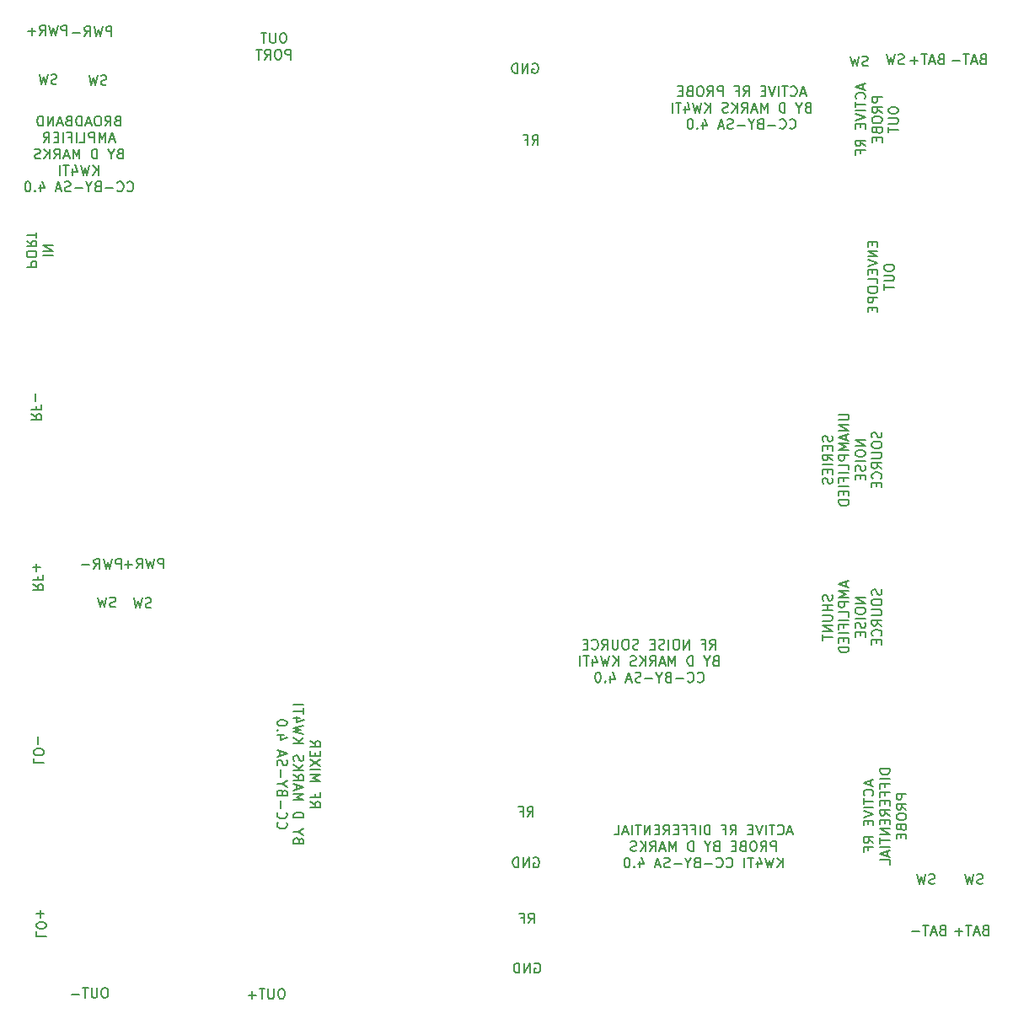
<source format=gbr>
G04 #@! TF.FileFunction,Legend,Bot*
%FSLAX46Y46*%
G04 Gerber Fmt 4.6, Leading zero omitted, Abs format (unit mm)*
G04 Created by KiCad (PCBNEW 4.0.7) date 05/20/20 11:10:12*
%MOMM*%
%LPD*%
G01*
G04 APERTURE LIST*
%ADD10C,0.100000*%
%ADD11C,0.150000*%
G04 APERTURE END LIST*
D10*
D11*
X67833333Y-42128571D02*
X67690476Y-42176190D01*
X67642857Y-42223810D01*
X67595238Y-42319048D01*
X67595238Y-42461905D01*
X67642857Y-42557143D01*
X67690476Y-42604762D01*
X67785714Y-42652381D01*
X68166667Y-42652381D01*
X68166667Y-41652381D01*
X67833333Y-41652381D01*
X67738095Y-41700000D01*
X67690476Y-41747619D01*
X67642857Y-41842857D01*
X67642857Y-41938095D01*
X67690476Y-42033333D01*
X67738095Y-42080952D01*
X67833333Y-42128571D01*
X68166667Y-42128571D01*
X66595238Y-42652381D02*
X66928572Y-42176190D01*
X67166667Y-42652381D02*
X67166667Y-41652381D01*
X66785714Y-41652381D01*
X66690476Y-41700000D01*
X66642857Y-41747619D01*
X66595238Y-41842857D01*
X66595238Y-41985714D01*
X66642857Y-42080952D01*
X66690476Y-42128571D01*
X66785714Y-42176190D01*
X67166667Y-42176190D01*
X65976191Y-41652381D02*
X65785714Y-41652381D01*
X65690476Y-41700000D01*
X65595238Y-41795238D01*
X65547619Y-41985714D01*
X65547619Y-42319048D01*
X65595238Y-42509524D01*
X65690476Y-42604762D01*
X65785714Y-42652381D01*
X65976191Y-42652381D01*
X66071429Y-42604762D01*
X66166667Y-42509524D01*
X66214286Y-42319048D01*
X66214286Y-41985714D01*
X66166667Y-41795238D01*
X66071429Y-41700000D01*
X65976191Y-41652381D01*
X65166667Y-42366667D02*
X64690476Y-42366667D01*
X65261905Y-42652381D02*
X64928572Y-41652381D01*
X64595238Y-42652381D01*
X64261905Y-42652381D02*
X64261905Y-41652381D01*
X64023810Y-41652381D01*
X63880952Y-41700000D01*
X63785714Y-41795238D01*
X63738095Y-41890476D01*
X63690476Y-42080952D01*
X63690476Y-42223810D01*
X63738095Y-42414286D01*
X63785714Y-42509524D01*
X63880952Y-42604762D01*
X64023810Y-42652381D01*
X64261905Y-42652381D01*
X62928571Y-42128571D02*
X62785714Y-42176190D01*
X62738095Y-42223810D01*
X62690476Y-42319048D01*
X62690476Y-42461905D01*
X62738095Y-42557143D01*
X62785714Y-42604762D01*
X62880952Y-42652381D01*
X63261905Y-42652381D01*
X63261905Y-41652381D01*
X62928571Y-41652381D01*
X62833333Y-41700000D01*
X62785714Y-41747619D01*
X62738095Y-41842857D01*
X62738095Y-41938095D01*
X62785714Y-42033333D01*
X62833333Y-42080952D01*
X62928571Y-42128571D01*
X63261905Y-42128571D01*
X62309524Y-42366667D02*
X61833333Y-42366667D01*
X62404762Y-42652381D02*
X62071429Y-41652381D01*
X61738095Y-42652381D01*
X61404762Y-42652381D02*
X61404762Y-41652381D01*
X60833333Y-42652381D01*
X60833333Y-41652381D01*
X60357143Y-42652381D02*
X60357143Y-41652381D01*
X60119048Y-41652381D01*
X59976190Y-41700000D01*
X59880952Y-41795238D01*
X59833333Y-41890476D01*
X59785714Y-42080952D01*
X59785714Y-42223810D01*
X59833333Y-42414286D01*
X59880952Y-42509524D01*
X59976190Y-42604762D01*
X60119048Y-42652381D01*
X60357143Y-42652381D01*
X67571428Y-44016667D02*
X67095237Y-44016667D01*
X67666666Y-44302381D02*
X67333333Y-43302381D01*
X66999999Y-44302381D01*
X66666666Y-44302381D02*
X66666666Y-43302381D01*
X66333332Y-44016667D01*
X65999999Y-43302381D01*
X65999999Y-44302381D01*
X65523809Y-44302381D02*
X65523809Y-43302381D01*
X65142856Y-43302381D01*
X65047618Y-43350000D01*
X64999999Y-43397619D01*
X64952380Y-43492857D01*
X64952380Y-43635714D01*
X64999999Y-43730952D01*
X65047618Y-43778571D01*
X65142856Y-43826190D01*
X65523809Y-43826190D01*
X64047618Y-44302381D02*
X64523809Y-44302381D01*
X64523809Y-43302381D01*
X63714285Y-44302381D02*
X63714285Y-43302381D01*
X62904761Y-43778571D02*
X63238095Y-43778571D01*
X63238095Y-44302381D02*
X63238095Y-43302381D01*
X62761904Y-43302381D01*
X62380952Y-44302381D02*
X62380952Y-43302381D01*
X61904762Y-43778571D02*
X61571428Y-43778571D01*
X61428571Y-44302381D02*
X61904762Y-44302381D01*
X61904762Y-43302381D01*
X61428571Y-43302381D01*
X60428571Y-44302381D02*
X60761905Y-43826190D01*
X61000000Y-44302381D02*
X61000000Y-43302381D01*
X60619047Y-43302381D01*
X60523809Y-43350000D01*
X60476190Y-43397619D01*
X60428571Y-43492857D01*
X60428571Y-43635714D01*
X60476190Y-43730952D01*
X60523809Y-43778571D01*
X60619047Y-43826190D01*
X61000000Y-43826190D01*
X68095238Y-45428571D02*
X67952381Y-45476190D01*
X67904762Y-45523810D01*
X67857143Y-45619048D01*
X67857143Y-45761905D01*
X67904762Y-45857143D01*
X67952381Y-45904762D01*
X68047619Y-45952381D01*
X68428572Y-45952381D01*
X68428572Y-44952381D01*
X68095238Y-44952381D01*
X68000000Y-45000000D01*
X67952381Y-45047619D01*
X67904762Y-45142857D01*
X67904762Y-45238095D01*
X67952381Y-45333333D01*
X68000000Y-45380952D01*
X68095238Y-45428571D01*
X68428572Y-45428571D01*
X67238096Y-45476190D02*
X67238096Y-45952381D01*
X67571429Y-44952381D02*
X67238096Y-45476190D01*
X66904762Y-44952381D01*
X65809524Y-45952381D02*
X65809524Y-44952381D01*
X65571429Y-44952381D01*
X65428571Y-45000000D01*
X65333333Y-45095238D01*
X65285714Y-45190476D01*
X65238095Y-45380952D01*
X65238095Y-45523810D01*
X65285714Y-45714286D01*
X65333333Y-45809524D01*
X65428571Y-45904762D01*
X65571429Y-45952381D01*
X65809524Y-45952381D01*
X64047619Y-45952381D02*
X64047619Y-44952381D01*
X63714285Y-45666667D01*
X63380952Y-44952381D01*
X63380952Y-45952381D01*
X62952381Y-45666667D02*
X62476190Y-45666667D01*
X63047619Y-45952381D02*
X62714286Y-44952381D01*
X62380952Y-45952381D01*
X61476190Y-45952381D02*
X61809524Y-45476190D01*
X62047619Y-45952381D02*
X62047619Y-44952381D01*
X61666666Y-44952381D01*
X61571428Y-45000000D01*
X61523809Y-45047619D01*
X61476190Y-45142857D01*
X61476190Y-45285714D01*
X61523809Y-45380952D01*
X61571428Y-45428571D01*
X61666666Y-45476190D01*
X62047619Y-45476190D01*
X61047619Y-45952381D02*
X61047619Y-44952381D01*
X60476190Y-45952381D02*
X60904762Y-45380952D01*
X60476190Y-44952381D02*
X61047619Y-45523810D01*
X60095238Y-45904762D02*
X59952381Y-45952381D01*
X59714285Y-45952381D01*
X59619047Y-45904762D01*
X59571428Y-45857143D01*
X59523809Y-45761905D01*
X59523809Y-45666667D01*
X59571428Y-45571429D01*
X59619047Y-45523810D01*
X59714285Y-45476190D01*
X59904762Y-45428571D01*
X60000000Y-45380952D01*
X60047619Y-45333333D01*
X60095238Y-45238095D01*
X60095238Y-45142857D01*
X60047619Y-45047619D01*
X60000000Y-45000000D01*
X59904762Y-44952381D01*
X59666666Y-44952381D01*
X59523809Y-45000000D01*
X65928571Y-47602381D02*
X65928571Y-46602381D01*
X65357142Y-47602381D02*
X65785714Y-47030952D01*
X65357142Y-46602381D02*
X65928571Y-47173810D01*
X65023809Y-46602381D02*
X64785714Y-47602381D01*
X64595237Y-46888095D01*
X64404761Y-47602381D01*
X64166666Y-46602381D01*
X63357142Y-46935714D02*
X63357142Y-47602381D01*
X63595238Y-46554762D02*
X63833333Y-47269048D01*
X63214285Y-47269048D01*
X62976190Y-46602381D02*
X62404761Y-46602381D01*
X62690476Y-47602381D02*
X62690476Y-46602381D01*
X62071428Y-47602381D02*
X62071428Y-46602381D01*
X68833333Y-49157143D02*
X68880952Y-49204762D01*
X69023809Y-49252381D01*
X69119047Y-49252381D01*
X69261905Y-49204762D01*
X69357143Y-49109524D01*
X69404762Y-49014286D01*
X69452381Y-48823810D01*
X69452381Y-48680952D01*
X69404762Y-48490476D01*
X69357143Y-48395238D01*
X69261905Y-48300000D01*
X69119047Y-48252381D01*
X69023809Y-48252381D01*
X68880952Y-48300000D01*
X68833333Y-48347619D01*
X67833333Y-49157143D02*
X67880952Y-49204762D01*
X68023809Y-49252381D01*
X68119047Y-49252381D01*
X68261905Y-49204762D01*
X68357143Y-49109524D01*
X68404762Y-49014286D01*
X68452381Y-48823810D01*
X68452381Y-48680952D01*
X68404762Y-48490476D01*
X68357143Y-48395238D01*
X68261905Y-48300000D01*
X68119047Y-48252381D01*
X68023809Y-48252381D01*
X67880952Y-48300000D01*
X67833333Y-48347619D01*
X67404762Y-48871429D02*
X66642857Y-48871429D01*
X65833333Y-48728571D02*
X65690476Y-48776190D01*
X65642857Y-48823810D01*
X65595238Y-48919048D01*
X65595238Y-49061905D01*
X65642857Y-49157143D01*
X65690476Y-49204762D01*
X65785714Y-49252381D01*
X66166667Y-49252381D01*
X66166667Y-48252381D01*
X65833333Y-48252381D01*
X65738095Y-48300000D01*
X65690476Y-48347619D01*
X65642857Y-48442857D01*
X65642857Y-48538095D01*
X65690476Y-48633333D01*
X65738095Y-48680952D01*
X65833333Y-48728571D01*
X66166667Y-48728571D01*
X64976191Y-48776190D02*
X64976191Y-49252381D01*
X65309524Y-48252381D02*
X64976191Y-48776190D01*
X64642857Y-48252381D01*
X64309524Y-48871429D02*
X63547619Y-48871429D01*
X63119048Y-49204762D02*
X62976191Y-49252381D01*
X62738095Y-49252381D01*
X62642857Y-49204762D01*
X62595238Y-49157143D01*
X62547619Y-49061905D01*
X62547619Y-48966667D01*
X62595238Y-48871429D01*
X62642857Y-48823810D01*
X62738095Y-48776190D01*
X62928572Y-48728571D01*
X63023810Y-48680952D01*
X63071429Y-48633333D01*
X63119048Y-48538095D01*
X63119048Y-48442857D01*
X63071429Y-48347619D01*
X63023810Y-48300000D01*
X62928572Y-48252381D01*
X62690476Y-48252381D01*
X62547619Y-48300000D01*
X62166667Y-48966667D02*
X61690476Y-48966667D01*
X62261905Y-49252381D02*
X61928572Y-48252381D01*
X61595238Y-49252381D01*
X60071428Y-48585714D02*
X60071428Y-49252381D01*
X60309524Y-48204762D02*
X60547619Y-48919048D01*
X59928571Y-48919048D01*
X59547619Y-49157143D02*
X59500000Y-49204762D01*
X59547619Y-49252381D01*
X59595238Y-49204762D01*
X59547619Y-49157143D01*
X59547619Y-49252381D01*
X58880953Y-48252381D02*
X58785714Y-48252381D01*
X58690476Y-48300000D01*
X58642857Y-48347619D01*
X58595238Y-48442857D01*
X58547619Y-48633333D01*
X58547619Y-48871429D01*
X58595238Y-49061905D01*
X58642857Y-49157143D01*
X58690476Y-49204762D01*
X58785714Y-49252381D01*
X58880953Y-49252381D01*
X58976191Y-49204762D01*
X59023810Y-49157143D01*
X59071429Y-49061905D01*
X59119048Y-48871429D01*
X59119048Y-48633333D01*
X59071429Y-48442857D01*
X59023810Y-48347619D01*
X58976191Y-48300000D01*
X58880953Y-48252381D01*
X84600000Y-33327381D02*
X84409523Y-33327381D01*
X84314285Y-33375000D01*
X84219047Y-33470238D01*
X84171428Y-33660714D01*
X84171428Y-33994048D01*
X84219047Y-34184524D01*
X84314285Y-34279762D01*
X84409523Y-34327381D01*
X84600000Y-34327381D01*
X84695238Y-34279762D01*
X84790476Y-34184524D01*
X84838095Y-33994048D01*
X84838095Y-33660714D01*
X84790476Y-33470238D01*
X84695238Y-33375000D01*
X84600000Y-33327381D01*
X83742857Y-33327381D02*
X83742857Y-34136905D01*
X83695238Y-34232143D01*
X83647619Y-34279762D01*
X83552381Y-34327381D01*
X83361904Y-34327381D01*
X83266666Y-34279762D01*
X83219047Y-34232143D01*
X83171428Y-34136905D01*
X83171428Y-33327381D01*
X82838095Y-33327381D02*
X82266666Y-33327381D01*
X82552381Y-34327381D02*
X82552381Y-33327381D01*
X85266667Y-35977381D02*
X85266667Y-34977381D01*
X84885714Y-34977381D01*
X84790476Y-35025000D01*
X84742857Y-35072619D01*
X84695238Y-35167857D01*
X84695238Y-35310714D01*
X84742857Y-35405952D01*
X84790476Y-35453571D01*
X84885714Y-35501190D01*
X85266667Y-35501190D01*
X84076191Y-34977381D02*
X83885714Y-34977381D01*
X83790476Y-35025000D01*
X83695238Y-35120238D01*
X83647619Y-35310714D01*
X83647619Y-35644048D01*
X83695238Y-35834524D01*
X83790476Y-35929762D01*
X83885714Y-35977381D01*
X84076191Y-35977381D01*
X84171429Y-35929762D01*
X84266667Y-35834524D01*
X84314286Y-35644048D01*
X84314286Y-35310714D01*
X84266667Y-35120238D01*
X84171429Y-35025000D01*
X84076191Y-34977381D01*
X82647619Y-35977381D02*
X82980953Y-35501190D01*
X83219048Y-35977381D02*
X83219048Y-34977381D01*
X82838095Y-34977381D01*
X82742857Y-35025000D01*
X82695238Y-35072619D01*
X82647619Y-35167857D01*
X82647619Y-35310714D01*
X82695238Y-35405952D01*
X82742857Y-35453571D01*
X82838095Y-35501190D01*
X83219048Y-35501190D01*
X82361905Y-34977381D02*
X81790476Y-34977381D01*
X82076191Y-35977381D02*
X82076191Y-34977381D01*
X60372619Y-55673809D02*
X61372619Y-55673809D01*
X60372619Y-55197619D02*
X61372619Y-55197619D01*
X60372619Y-54626190D01*
X61372619Y-54626190D01*
X58722619Y-56816667D02*
X59722619Y-56816667D01*
X59722619Y-56435714D01*
X59675000Y-56340476D01*
X59627381Y-56292857D01*
X59532143Y-56245238D01*
X59389286Y-56245238D01*
X59294048Y-56292857D01*
X59246429Y-56340476D01*
X59198810Y-56435714D01*
X59198810Y-56816667D01*
X59722619Y-55626191D02*
X59722619Y-55435714D01*
X59675000Y-55340476D01*
X59579762Y-55245238D01*
X59389286Y-55197619D01*
X59055952Y-55197619D01*
X58865476Y-55245238D01*
X58770238Y-55340476D01*
X58722619Y-55435714D01*
X58722619Y-55626191D01*
X58770238Y-55721429D01*
X58865476Y-55816667D01*
X59055952Y-55864286D01*
X59389286Y-55864286D01*
X59579762Y-55816667D01*
X59675000Y-55721429D01*
X59722619Y-55626191D01*
X58722619Y-54197619D02*
X59198810Y-54530953D01*
X58722619Y-54769048D02*
X59722619Y-54769048D01*
X59722619Y-54388095D01*
X59675000Y-54292857D01*
X59627381Y-54245238D01*
X59532143Y-54197619D01*
X59389286Y-54197619D01*
X59294048Y-54245238D01*
X59246429Y-54292857D01*
X59198810Y-54388095D01*
X59198810Y-54769048D01*
X59722619Y-53911905D02*
X59722619Y-53340476D01*
X58722619Y-53626191D02*
X59722619Y-53626191D01*
X66757143Y-38504762D02*
X66614286Y-38552381D01*
X66376190Y-38552381D01*
X66280952Y-38504762D01*
X66233333Y-38457143D01*
X66185714Y-38361905D01*
X66185714Y-38266667D01*
X66233333Y-38171429D01*
X66280952Y-38123810D01*
X66376190Y-38076190D01*
X66566667Y-38028571D01*
X66661905Y-37980952D01*
X66709524Y-37933333D01*
X66757143Y-37838095D01*
X66757143Y-37742857D01*
X66709524Y-37647619D01*
X66661905Y-37600000D01*
X66566667Y-37552381D01*
X66328571Y-37552381D01*
X66185714Y-37600000D01*
X65852381Y-37552381D02*
X65614286Y-38552381D01*
X65423809Y-37838095D01*
X65233333Y-38552381D01*
X64995238Y-37552381D01*
X61757143Y-38404762D02*
X61614286Y-38452381D01*
X61376190Y-38452381D01*
X61280952Y-38404762D01*
X61233333Y-38357143D01*
X61185714Y-38261905D01*
X61185714Y-38166667D01*
X61233333Y-38071429D01*
X61280952Y-38023810D01*
X61376190Y-37976190D01*
X61566667Y-37928571D01*
X61661905Y-37880952D01*
X61709524Y-37833333D01*
X61757143Y-37738095D01*
X61757143Y-37642857D01*
X61709524Y-37547619D01*
X61661905Y-37500000D01*
X61566667Y-37452381D01*
X61328571Y-37452381D01*
X61185714Y-37500000D01*
X60852381Y-37452381D02*
X60614286Y-38452381D01*
X60423809Y-37738095D01*
X60233333Y-38452381D01*
X59995238Y-37452381D01*
X62752381Y-33552381D02*
X62752381Y-32552381D01*
X62371428Y-32552381D01*
X62276190Y-32600000D01*
X62228571Y-32647619D01*
X62180952Y-32742857D01*
X62180952Y-32885714D01*
X62228571Y-32980952D01*
X62276190Y-33028571D01*
X62371428Y-33076190D01*
X62752381Y-33076190D01*
X61847619Y-32552381D02*
X61609524Y-33552381D01*
X61419047Y-32838095D01*
X61228571Y-33552381D01*
X60990476Y-32552381D01*
X60038095Y-33552381D02*
X60371429Y-33076190D01*
X60609524Y-33552381D02*
X60609524Y-32552381D01*
X60228571Y-32552381D01*
X60133333Y-32600000D01*
X60085714Y-32647619D01*
X60038095Y-32742857D01*
X60038095Y-32885714D01*
X60085714Y-32980952D01*
X60133333Y-33028571D01*
X60228571Y-33076190D01*
X60609524Y-33076190D01*
X59609524Y-33171429D02*
X58847619Y-33171429D01*
X59228571Y-33552381D02*
X59228571Y-32790476D01*
X67252381Y-33652381D02*
X67252381Y-32652381D01*
X66871428Y-32652381D01*
X66776190Y-32700000D01*
X66728571Y-32747619D01*
X66680952Y-32842857D01*
X66680952Y-32985714D01*
X66728571Y-33080952D01*
X66776190Y-33128571D01*
X66871428Y-33176190D01*
X67252381Y-33176190D01*
X66347619Y-32652381D02*
X66109524Y-33652381D01*
X65919047Y-32938095D01*
X65728571Y-33652381D01*
X65490476Y-32652381D01*
X64538095Y-33652381D02*
X64871429Y-33176190D01*
X65109524Y-33652381D02*
X65109524Y-32652381D01*
X64728571Y-32652381D01*
X64633333Y-32700000D01*
X64585714Y-32747619D01*
X64538095Y-32842857D01*
X64538095Y-32985714D01*
X64585714Y-33080952D01*
X64633333Y-33128571D01*
X64728571Y-33176190D01*
X65109524Y-33176190D01*
X64109524Y-33271429D02*
X63347619Y-33271429D01*
X67657143Y-90954762D02*
X67514286Y-91002381D01*
X67276190Y-91002381D01*
X67180952Y-90954762D01*
X67133333Y-90907143D01*
X67085714Y-90811905D01*
X67085714Y-90716667D01*
X67133333Y-90621429D01*
X67180952Y-90573810D01*
X67276190Y-90526190D01*
X67466667Y-90478571D01*
X67561905Y-90430952D01*
X67609524Y-90383333D01*
X67657143Y-90288095D01*
X67657143Y-90192857D01*
X67609524Y-90097619D01*
X67561905Y-90050000D01*
X67466667Y-90002381D01*
X67228571Y-90002381D01*
X67085714Y-90050000D01*
X66752381Y-90002381D02*
X66514286Y-91002381D01*
X66323809Y-90288095D01*
X66133333Y-91002381D01*
X65895238Y-90002381D01*
X71232143Y-91029762D02*
X71089286Y-91077381D01*
X70851190Y-91077381D01*
X70755952Y-91029762D01*
X70708333Y-90982143D01*
X70660714Y-90886905D01*
X70660714Y-90791667D01*
X70708333Y-90696429D01*
X70755952Y-90648810D01*
X70851190Y-90601190D01*
X71041667Y-90553571D01*
X71136905Y-90505952D01*
X71184524Y-90458333D01*
X71232143Y-90363095D01*
X71232143Y-90267857D01*
X71184524Y-90172619D01*
X71136905Y-90125000D01*
X71041667Y-90077381D01*
X70803571Y-90077381D01*
X70660714Y-90125000D01*
X70327381Y-90077381D02*
X70089286Y-91077381D01*
X69898809Y-90363095D01*
X69708333Y-91077381D01*
X69470238Y-90077381D01*
X72477381Y-87102381D02*
X72477381Y-86102381D01*
X72096428Y-86102381D01*
X72001190Y-86150000D01*
X71953571Y-86197619D01*
X71905952Y-86292857D01*
X71905952Y-86435714D01*
X71953571Y-86530952D01*
X72001190Y-86578571D01*
X72096428Y-86626190D01*
X72477381Y-86626190D01*
X71572619Y-86102381D02*
X71334524Y-87102381D01*
X71144047Y-86388095D01*
X70953571Y-87102381D01*
X70715476Y-86102381D01*
X69763095Y-87102381D02*
X70096429Y-86626190D01*
X70334524Y-87102381D02*
X70334524Y-86102381D01*
X69953571Y-86102381D01*
X69858333Y-86150000D01*
X69810714Y-86197619D01*
X69763095Y-86292857D01*
X69763095Y-86435714D01*
X69810714Y-86530952D01*
X69858333Y-86578571D01*
X69953571Y-86626190D01*
X70334524Y-86626190D01*
X69334524Y-86721429D02*
X68572619Y-86721429D01*
X68953571Y-87102381D02*
X68953571Y-86340476D01*
X68202381Y-87152381D02*
X68202381Y-86152381D01*
X67821428Y-86152381D01*
X67726190Y-86200000D01*
X67678571Y-86247619D01*
X67630952Y-86342857D01*
X67630952Y-86485714D01*
X67678571Y-86580952D01*
X67726190Y-86628571D01*
X67821428Y-86676190D01*
X68202381Y-86676190D01*
X67297619Y-86152381D02*
X67059524Y-87152381D01*
X66869047Y-86438095D01*
X66678571Y-87152381D01*
X66440476Y-86152381D01*
X65488095Y-87152381D02*
X65821429Y-86676190D01*
X66059524Y-87152381D02*
X66059524Y-86152381D01*
X65678571Y-86152381D01*
X65583333Y-86200000D01*
X65535714Y-86247619D01*
X65488095Y-86342857D01*
X65488095Y-86485714D01*
X65535714Y-86580952D01*
X65583333Y-86628571D01*
X65678571Y-86676190D01*
X66059524Y-86676190D01*
X65059524Y-86771429D02*
X64297619Y-86771429D01*
X59197619Y-71588095D02*
X59673810Y-71921429D01*
X59197619Y-72159524D02*
X60197619Y-72159524D01*
X60197619Y-71778571D01*
X60150000Y-71683333D01*
X60102381Y-71635714D01*
X60007143Y-71588095D01*
X59864286Y-71588095D01*
X59769048Y-71635714D01*
X59721429Y-71683333D01*
X59673810Y-71778571D01*
X59673810Y-72159524D01*
X59721429Y-70826190D02*
X59721429Y-71159524D01*
X59197619Y-71159524D02*
X60197619Y-71159524D01*
X60197619Y-70683333D01*
X59578571Y-70302381D02*
X59578571Y-69540476D01*
X59347619Y-88688095D02*
X59823810Y-89021429D01*
X59347619Y-89259524D02*
X60347619Y-89259524D01*
X60347619Y-88878571D01*
X60300000Y-88783333D01*
X60252381Y-88735714D01*
X60157143Y-88688095D01*
X60014286Y-88688095D01*
X59919048Y-88735714D01*
X59871429Y-88783333D01*
X59823810Y-88878571D01*
X59823810Y-89259524D01*
X59871429Y-87926190D02*
X59871429Y-88259524D01*
X59347619Y-88259524D02*
X60347619Y-88259524D01*
X60347619Y-87783333D01*
X59728571Y-87402381D02*
X59728571Y-86640476D01*
X59347619Y-87021428D02*
X60109524Y-87021428D01*
X59447619Y-106183333D02*
X59447619Y-106659524D01*
X60447619Y-106659524D01*
X60447619Y-105659524D02*
X60447619Y-105469047D01*
X60400000Y-105373809D01*
X60304762Y-105278571D01*
X60114286Y-105230952D01*
X59780952Y-105230952D01*
X59590476Y-105278571D01*
X59495238Y-105373809D01*
X59447619Y-105469047D01*
X59447619Y-105659524D01*
X59495238Y-105754762D01*
X59590476Y-105850000D01*
X59780952Y-105897619D01*
X60114286Y-105897619D01*
X60304762Y-105850000D01*
X60400000Y-105754762D01*
X60447619Y-105659524D01*
X59828571Y-104802381D02*
X59828571Y-104040476D01*
X59697619Y-123583333D02*
X59697619Y-124059524D01*
X60697619Y-124059524D01*
X60697619Y-123059524D02*
X60697619Y-122869047D01*
X60650000Y-122773809D01*
X60554762Y-122678571D01*
X60364286Y-122630952D01*
X60030952Y-122630952D01*
X59840476Y-122678571D01*
X59745238Y-122773809D01*
X59697619Y-122869047D01*
X59697619Y-123059524D01*
X59745238Y-123154762D01*
X59840476Y-123250000D01*
X60030952Y-123297619D01*
X60364286Y-123297619D01*
X60554762Y-123250000D01*
X60650000Y-123154762D01*
X60697619Y-123059524D01*
X60078571Y-122202381D02*
X60078571Y-121440476D01*
X59697619Y-121821428D02*
X60459524Y-121821428D01*
X66669048Y-129252381D02*
X66478571Y-129252381D01*
X66383333Y-129300000D01*
X66288095Y-129395238D01*
X66240476Y-129585714D01*
X66240476Y-129919048D01*
X66288095Y-130109524D01*
X66383333Y-130204762D01*
X66478571Y-130252381D01*
X66669048Y-130252381D01*
X66764286Y-130204762D01*
X66859524Y-130109524D01*
X66907143Y-129919048D01*
X66907143Y-129585714D01*
X66859524Y-129395238D01*
X66764286Y-129300000D01*
X66669048Y-129252381D01*
X65811905Y-129252381D02*
X65811905Y-130061905D01*
X65764286Y-130157143D01*
X65716667Y-130204762D01*
X65621429Y-130252381D01*
X65430952Y-130252381D01*
X65335714Y-130204762D01*
X65288095Y-130157143D01*
X65240476Y-130061905D01*
X65240476Y-129252381D01*
X64907143Y-129252381D02*
X64335714Y-129252381D01*
X64621429Y-130252381D02*
X64621429Y-129252381D01*
X64002381Y-129871429D02*
X63240476Y-129871429D01*
X84419048Y-129352381D02*
X84228571Y-129352381D01*
X84133333Y-129400000D01*
X84038095Y-129495238D01*
X83990476Y-129685714D01*
X83990476Y-130019048D01*
X84038095Y-130209524D01*
X84133333Y-130304762D01*
X84228571Y-130352381D01*
X84419048Y-130352381D01*
X84514286Y-130304762D01*
X84609524Y-130209524D01*
X84657143Y-130019048D01*
X84657143Y-129685714D01*
X84609524Y-129495238D01*
X84514286Y-129400000D01*
X84419048Y-129352381D01*
X83561905Y-129352381D02*
X83561905Y-130161905D01*
X83514286Y-130257143D01*
X83466667Y-130304762D01*
X83371429Y-130352381D01*
X83180952Y-130352381D01*
X83085714Y-130304762D01*
X83038095Y-130257143D01*
X82990476Y-130161905D01*
X82990476Y-129352381D01*
X82657143Y-129352381D02*
X82085714Y-129352381D01*
X82371429Y-130352381D02*
X82371429Y-129352381D01*
X81752381Y-129971429D02*
X80990476Y-129971429D01*
X81371428Y-130352381D02*
X81371428Y-129590476D01*
X87197619Y-110538095D02*
X87673810Y-110871429D01*
X87197619Y-111109524D02*
X88197619Y-111109524D01*
X88197619Y-110728571D01*
X88150000Y-110633333D01*
X88102381Y-110585714D01*
X88007143Y-110538095D01*
X87864286Y-110538095D01*
X87769048Y-110585714D01*
X87721429Y-110633333D01*
X87673810Y-110728571D01*
X87673810Y-111109524D01*
X87721429Y-109776190D02*
X87721429Y-110109524D01*
X87197619Y-110109524D02*
X88197619Y-110109524D01*
X88197619Y-109633333D01*
X87197619Y-108490476D02*
X88197619Y-108490476D01*
X87483333Y-108157142D01*
X88197619Y-107823809D01*
X87197619Y-107823809D01*
X87197619Y-107347619D02*
X88197619Y-107347619D01*
X88197619Y-106966667D02*
X87197619Y-106300000D01*
X88197619Y-106300000D02*
X87197619Y-106966667D01*
X87721429Y-105919048D02*
X87721429Y-105585714D01*
X87197619Y-105442857D02*
X87197619Y-105919048D01*
X88197619Y-105919048D01*
X88197619Y-105442857D01*
X87197619Y-104442857D02*
X87673810Y-104776191D01*
X87197619Y-105014286D02*
X88197619Y-105014286D01*
X88197619Y-104633333D01*
X88150000Y-104538095D01*
X88102381Y-104490476D01*
X88007143Y-104442857D01*
X87864286Y-104442857D01*
X87769048Y-104490476D01*
X87721429Y-104538095D01*
X87673810Y-104633333D01*
X87673810Y-105014286D01*
X86071429Y-114442857D02*
X86023810Y-114300000D01*
X85976190Y-114252381D01*
X85880952Y-114204762D01*
X85738095Y-114204762D01*
X85642857Y-114252381D01*
X85595238Y-114300000D01*
X85547619Y-114395238D01*
X85547619Y-114776191D01*
X86547619Y-114776191D01*
X86547619Y-114442857D01*
X86500000Y-114347619D01*
X86452381Y-114300000D01*
X86357143Y-114252381D01*
X86261905Y-114252381D01*
X86166667Y-114300000D01*
X86119048Y-114347619D01*
X86071429Y-114442857D01*
X86071429Y-114776191D01*
X86023810Y-113585715D02*
X85547619Y-113585715D01*
X86547619Y-113919048D02*
X86023810Y-113585715D01*
X86547619Y-113252381D01*
X85547619Y-112157143D02*
X86547619Y-112157143D01*
X86547619Y-111919048D01*
X86500000Y-111776190D01*
X86404762Y-111680952D01*
X86309524Y-111633333D01*
X86119048Y-111585714D01*
X85976190Y-111585714D01*
X85785714Y-111633333D01*
X85690476Y-111680952D01*
X85595238Y-111776190D01*
X85547619Y-111919048D01*
X85547619Y-112157143D01*
X85547619Y-110395238D02*
X86547619Y-110395238D01*
X85833333Y-110061904D01*
X86547619Y-109728571D01*
X85547619Y-109728571D01*
X85833333Y-109300000D02*
X85833333Y-108823809D01*
X85547619Y-109395238D02*
X86547619Y-109061905D01*
X85547619Y-108728571D01*
X85547619Y-107823809D02*
X86023810Y-108157143D01*
X85547619Y-108395238D02*
X86547619Y-108395238D01*
X86547619Y-108014285D01*
X86500000Y-107919047D01*
X86452381Y-107871428D01*
X86357143Y-107823809D01*
X86214286Y-107823809D01*
X86119048Y-107871428D01*
X86071429Y-107919047D01*
X86023810Y-108014285D01*
X86023810Y-108395238D01*
X85547619Y-107395238D02*
X86547619Y-107395238D01*
X85547619Y-106823809D02*
X86119048Y-107252381D01*
X86547619Y-106823809D02*
X85976190Y-107395238D01*
X85595238Y-106442857D02*
X85547619Y-106300000D01*
X85547619Y-106061904D01*
X85595238Y-105966666D01*
X85642857Y-105919047D01*
X85738095Y-105871428D01*
X85833333Y-105871428D01*
X85928571Y-105919047D01*
X85976190Y-105966666D01*
X86023810Y-106061904D01*
X86071429Y-106252381D01*
X86119048Y-106347619D01*
X86166667Y-106395238D01*
X86261905Y-106442857D01*
X86357143Y-106442857D01*
X86452381Y-106395238D01*
X86500000Y-106347619D01*
X86547619Y-106252381D01*
X86547619Y-106014285D01*
X86500000Y-105871428D01*
X85547619Y-104680952D02*
X86547619Y-104680952D01*
X85547619Y-104109523D02*
X86119048Y-104538095D01*
X86547619Y-104109523D02*
X85976190Y-104680952D01*
X86547619Y-103776190D02*
X85547619Y-103538095D01*
X86261905Y-103347618D01*
X85547619Y-103157142D01*
X86547619Y-102919047D01*
X86214286Y-102109523D02*
X85547619Y-102109523D01*
X86595238Y-102347619D02*
X85880952Y-102585714D01*
X85880952Y-101966666D01*
X86547619Y-101728571D02*
X86547619Y-101157142D01*
X85547619Y-101442857D02*
X86547619Y-101442857D01*
X85547619Y-100823809D02*
X86547619Y-100823809D01*
X83992857Y-112633333D02*
X83945238Y-112680952D01*
X83897619Y-112823809D01*
X83897619Y-112919047D01*
X83945238Y-113061905D01*
X84040476Y-113157143D01*
X84135714Y-113204762D01*
X84326190Y-113252381D01*
X84469048Y-113252381D01*
X84659524Y-113204762D01*
X84754762Y-113157143D01*
X84850000Y-113061905D01*
X84897619Y-112919047D01*
X84897619Y-112823809D01*
X84850000Y-112680952D01*
X84802381Y-112633333D01*
X83992857Y-111633333D02*
X83945238Y-111680952D01*
X83897619Y-111823809D01*
X83897619Y-111919047D01*
X83945238Y-112061905D01*
X84040476Y-112157143D01*
X84135714Y-112204762D01*
X84326190Y-112252381D01*
X84469048Y-112252381D01*
X84659524Y-112204762D01*
X84754762Y-112157143D01*
X84850000Y-112061905D01*
X84897619Y-111919047D01*
X84897619Y-111823809D01*
X84850000Y-111680952D01*
X84802381Y-111633333D01*
X84278571Y-111204762D02*
X84278571Y-110442857D01*
X84421429Y-109633333D02*
X84373810Y-109490476D01*
X84326190Y-109442857D01*
X84230952Y-109395238D01*
X84088095Y-109395238D01*
X83992857Y-109442857D01*
X83945238Y-109490476D01*
X83897619Y-109585714D01*
X83897619Y-109966667D01*
X84897619Y-109966667D01*
X84897619Y-109633333D01*
X84850000Y-109538095D01*
X84802381Y-109490476D01*
X84707143Y-109442857D01*
X84611905Y-109442857D01*
X84516667Y-109490476D01*
X84469048Y-109538095D01*
X84421429Y-109633333D01*
X84421429Y-109966667D01*
X84373810Y-108776191D02*
X83897619Y-108776191D01*
X84897619Y-109109524D02*
X84373810Y-108776191D01*
X84897619Y-108442857D01*
X84278571Y-108109524D02*
X84278571Y-107347619D01*
X83945238Y-106919048D02*
X83897619Y-106776191D01*
X83897619Y-106538095D01*
X83945238Y-106442857D01*
X83992857Y-106395238D01*
X84088095Y-106347619D01*
X84183333Y-106347619D01*
X84278571Y-106395238D01*
X84326190Y-106442857D01*
X84373810Y-106538095D01*
X84421429Y-106728572D01*
X84469048Y-106823810D01*
X84516667Y-106871429D01*
X84611905Y-106919048D01*
X84707143Y-106919048D01*
X84802381Y-106871429D01*
X84850000Y-106823810D01*
X84897619Y-106728572D01*
X84897619Y-106490476D01*
X84850000Y-106347619D01*
X84183333Y-105966667D02*
X84183333Y-105490476D01*
X83897619Y-106061905D02*
X84897619Y-105728572D01*
X83897619Y-105395238D01*
X84564286Y-103871428D02*
X83897619Y-103871428D01*
X84945238Y-104109524D02*
X84230952Y-104347619D01*
X84230952Y-103728571D01*
X83992857Y-103347619D02*
X83945238Y-103300000D01*
X83897619Y-103347619D01*
X83945238Y-103395238D01*
X83992857Y-103347619D01*
X83897619Y-103347619D01*
X84897619Y-102680953D02*
X84897619Y-102585714D01*
X84850000Y-102490476D01*
X84802381Y-102442857D01*
X84707143Y-102395238D01*
X84516667Y-102347619D01*
X84278571Y-102347619D01*
X84088095Y-102395238D01*
X83992857Y-102442857D01*
X83945238Y-102490476D01*
X83897619Y-102585714D01*
X83897619Y-102680953D01*
X83945238Y-102776191D01*
X83992857Y-102823810D01*
X84088095Y-102871429D01*
X84278571Y-102919048D01*
X84516667Y-102919048D01*
X84707143Y-102871429D01*
X84802381Y-102823810D01*
X84850000Y-102776191D01*
X84897619Y-102680953D01*
X154781143Y-118768762D02*
X154638286Y-118816381D01*
X154400190Y-118816381D01*
X154304952Y-118768762D01*
X154257333Y-118721143D01*
X154209714Y-118625905D01*
X154209714Y-118530667D01*
X154257333Y-118435429D01*
X154304952Y-118387810D01*
X154400190Y-118340190D01*
X154590667Y-118292571D01*
X154685905Y-118244952D01*
X154733524Y-118197333D01*
X154781143Y-118102095D01*
X154781143Y-118006857D01*
X154733524Y-117911619D01*
X154685905Y-117864000D01*
X154590667Y-117816381D01*
X154352571Y-117816381D01*
X154209714Y-117864000D01*
X153876381Y-117816381D02*
X153638286Y-118816381D01*
X153447809Y-118102095D01*
X153257333Y-118816381D01*
X153019238Y-117816381D01*
X149955143Y-118768762D02*
X149812286Y-118816381D01*
X149574190Y-118816381D01*
X149478952Y-118768762D01*
X149431333Y-118721143D01*
X149383714Y-118625905D01*
X149383714Y-118530667D01*
X149431333Y-118435429D01*
X149478952Y-118387810D01*
X149574190Y-118340190D01*
X149764667Y-118292571D01*
X149859905Y-118244952D01*
X149907524Y-118197333D01*
X149955143Y-118102095D01*
X149955143Y-118006857D01*
X149907524Y-117911619D01*
X149859905Y-117864000D01*
X149764667Y-117816381D01*
X149526571Y-117816381D01*
X149383714Y-117864000D01*
X149050381Y-117816381D02*
X148812286Y-118816381D01*
X148621809Y-118102095D01*
X148431333Y-118816381D01*
X148193238Y-117816381D01*
X150709142Y-123435571D02*
X150566285Y-123483190D01*
X150518666Y-123530810D01*
X150471047Y-123626048D01*
X150471047Y-123768905D01*
X150518666Y-123864143D01*
X150566285Y-123911762D01*
X150661523Y-123959381D01*
X151042476Y-123959381D01*
X151042476Y-122959381D01*
X150709142Y-122959381D01*
X150613904Y-123007000D01*
X150566285Y-123054619D01*
X150518666Y-123149857D01*
X150518666Y-123245095D01*
X150566285Y-123340333D01*
X150613904Y-123387952D01*
X150709142Y-123435571D01*
X151042476Y-123435571D01*
X150090095Y-123673667D02*
X149613904Y-123673667D01*
X150185333Y-123959381D02*
X149852000Y-122959381D01*
X149518666Y-123959381D01*
X149328190Y-122959381D02*
X148756761Y-122959381D01*
X149042476Y-123959381D02*
X149042476Y-122959381D01*
X148423428Y-123578429D02*
X147661523Y-123578429D01*
X155027142Y-123435571D02*
X154884285Y-123483190D01*
X154836666Y-123530810D01*
X154789047Y-123626048D01*
X154789047Y-123768905D01*
X154836666Y-123864143D01*
X154884285Y-123911762D01*
X154979523Y-123959381D01*
X155360476Y-123959381D01*
X155360476Y-122959381D01*
X155027142Y-122959381D01*
X154931904Y-123007000D01*
X154884285Y-123054619D01*
X154836666Y-123149857D01*
X154836666Y-123245095D01*
X154884285Y-123340333D01*
X154931904Y-123387952D01*
X155027142Y-123435571D01*
X155360476Y-123435571D01*
X154408095Y-123673667D02*
X153931904Y-123673667D01*
X154503333Y-123959381D02*
X154170000Y-122959381D01*
X153836666Y-123959381D01*
X153646190Y-122959381D02*
X153074761Y-122959381D01*
X153360476Y-123959381D02*
X153360476Y-122959381D01*
X152741428Y-123578429D02*
X151979523Y-123578429D01*
X152360475Y-123959381D02*
X152360475Y-123197476D01*
X135650762Y-113578667D02*
X135174571Y-113578667D01*
X135746000Y-113864381D02*
X135412667Y-112864381D01*
X135079333Y-113864381D01*
X134174571Y-113769143D02*
X134222190Y-113816762D01*
X134365047Y-113864381D01*
X134460285Y-113864381D01*
X134603143Y-113816762D01*
X134698381Y-113721524D01*
X134746000Y-113626286D01*
X134793619Y-113435810D01*
X134793619Y-113292952D01*
X134746000Y-113102476D01*
X134698381Y-113007238D01*
X134603143Y-112912000D01*
X134460285Y-112864381D01*
X134365047Y-112864381D01*
X134222190Y-112912000D01*
X134174571Y-112959619D01*
X133888857Y-112864381D02*
X133317428Y-112864381D01*
X133603143Y-113864381D02*
X133603143Y-112864381D01*
X132984095Y-113864381D02*
X132984095Y-112864381D01*
X132650762Y-112864381D02*
X132317429Y-113864381D01*
X131984095Y-112864381D01*
X131650762Y-113340571D02*
X131317428Y-113340571D01*
X131174571Y-113864381D02*
X131650762Y-113864381D01*
X131650762Y-112864381D01*
X131174571Y-112864381D01*
X129412666Y-113864381D02*
X129746000Y-113388190D01*
X129984095Y-113864381D02*
X129984095Y-112864381D01*
X129603142Y-112864381D01*
X129507904Y-112912000D01*
X129460285Y-112959619D01*
X129412666Y-113054857D01*
X129412666Y-113197714D01*
X129460285Y-113292952D01*
X129507904Y-113340571D01*
X129603142Y-113388190D01*
X129984095Y-113388190D01*
X128650761Y-113340571D02*
X128984095Y-113340571D01*
X128984095Y-113864381D02*
X128984095Y-112864381D01*
X128507904Y-112864381D01*
X127365047Y-113864381D02*
X127365047Y-112864381D01*
X127126952Y-112864381D01*
X126984094Y-112912000D01*
X126888856Y-113007238D01*
X126841237Y-113102476D01*
X126793618Y-113292952D01*
X126793618Y-113435810D01*
X126841237Y-113626286D01*
X126888856Y-113721524D01*
X126984094Y-113816762D01*
X127126952Y-113864381D01*
X127365047Y-113864381D01*
X126365047Y-113864381D02*
X126365047Y-112864381D01*
X125555523Y-113340571D02*
X125888857Y-113340571D01*
X125888857Y-113864381D02*
X125888857Y-112864381D01*
X125412666Y-112864381D01*
X124698380Y-113340571D02*
X125031714Y-113340571D01*
X125031714Y-113864381D02*
X125031714Y-112864381D01*
X124555523Y-112864381D01*
X124174571Y-113340571D02*
X123841237Y-113340571D01*
X123698380Y-113864381D02*
X124174571Y-113864381D01*
X124174571Y-112864381D01*
X123698380Y-112864381D01*
X122698380Y-113864381D02*
X123031714Y-113388190D01*
X123269809Y-113864381D02*
X123269809Y-112864381D01*
X122888856Y-112864381D01*
X122793618Y-112912000D01*
X122745999Y-112959619D01*
X122698380Y-113054857D01*
X122698380Y-113197714D01*
X122745999Y-113292952D01*
X122793618Y-113340571D01*
X122888856Y-113388190D01*
X123269809Y-113388190D01*
X122269809Y-113340571D02*
X121936475Y-113340571D01*
X121793618Y-113864381D02*
X122269809Y-113864381D01*
X122269809Y-112864381D01*
X121793618Y-112864381D01*
X121365047Y-113864381D02*
X121365047Y-112864381D01*
X120793618Y-113864381D01*
X120793618Y-112864381D01*
X120460285Y-112864381D02*
X119888856Y-112864381D01*
X120174571Y-113864381D02*
X120174571Y-112864381D01*
X119555523Y-113864381D02*
X119555523Y-112864381D01*
X119126952Y-113578667D02*
X118650761Y-113578667D01*
X119222190Y-113864381D02*
X118888857Y-112864381D01*
X118555523Y-113864381D01*
X117745999Y-113864381D02*
X118222190Y-113864381D01*
X118222190Y-112864381D01*
X134031715Y-115514381D02*
X134031715Y-114514381D01*
X133650762Y-114514381D01*
X133555524Y-114562000D01*
X133507905Y-114609619D01*
X133460286Y-114704857D01*
X133460286Y-114847714D01*
X133507905Y-114942952D01*
X133555524Y-114990571D01*
X133650762Y-115038190D01*
X134031715Y-115038190D01*
X132460286Y-115514381D02*
X132793620Y-115038190D01*
X133031715Y-115514381D02*
X133031715Y-114514381D01*
X132650762Y-114514381D01*
X132555524Y-114562000D01*
X132507905Y-114609619D01*
X132460286Y-114704857D01*
X132460286Y-114847714D01*
X132507905Y-114942952D01*
X132555524Y-114990571D01*
X132650762Y-115038190D01*
X133031715Y-115038190D01*
X131841239Y-114514381D02*
X131650762Y-114514381D01*
X131555524Y-114562000D01*
X131460286Y-114657238D01*
X131412667Y-114847714D01*
X131412667Y-115181048D01*
X131460286Y-115371524D01*
X131555524Y-115466762D01*
X131650762Y-115514381D01*
X131841239Y-115514381D01*
X131936477Y-115466762D01*
X132031715Y-115371524D01*
X132079334Y-115181048D01*
X132079334Y-114847714D01*
X132031715Y-114657238D01*
X131936477Y-114562000D01*
X131841239Y-114514381D01*
X130650762Y-114990571D02*
X130507905Y-115038190D01*
X130460286Y-115085810D01*
X130412667Y-115181048D01*
X130412667Y-115323905D01*
X130460286Y-115419143D01*
X130507905Y-115466762D01*
X130603143Y-115514381D01*
X130984096Y-115514381D01*
X130984096Y-114514381D01*
X130650762Y-114514381D01*
X130555524Y-114562000D01*
X130507905Y-114609619D01*
X130460286Y-114704857D01*
X130460286Y-114800095D01*
X130507905Y-114895333D01*
X130555524Y-114942952D01*
X130650762Y-114990571D01*
X130984096Y-114990571D01*
X129984096Y-114990571D02*
X129650762Y-114990571D01*
X129507905Y-115514381D02*
X129984096Y-115514381D01*
X129984096Y-114514381D01*
X129507905Y-114514381D01*
X127984095Y-114990571D02*
X127841238Y-115038190D01*
X127793619Y-115085810D01*
X127746000Y-115181048D01*
X127746000Y-115323905D01*
X127793619Y-115419143D01*
X127841238Y-115466762D01*
X127936476Y-115514381D01*
X128317429Y-115514381D01*
X128317429Y-114514381D01*
X127984095Y-114514381D01*
X127888857Y-114562000D01*
X127841238Y-114609619D01*
X127793619Y-114704857D01*
X127793619Y-114800095D01*
X127841238Y-114895333D01*
X127888857Y-114942952D01*
X127984095Y-114990571D01*
X128317429Y-114990571D01*
X127126953Y-115038190D02*
X127126953Y-115514381D01*
X127460286Y-114514381D02*
X127126953Y-115038190D01*
X126793619Y-114514381D01*
X125698381Y-115514381D02*
X125698381Y-114514381D01*
X125460286Y-114514381D01*
X125317428Y-114562000D01*
X125222190Y-114657238D01*
X125174571Y-114752476D01*
X125126952Y-114942952D01*
X125126952Y-115085810D01*
X125174571Y-115276286D01*
X125222190Y-115371524D01*
X125317428Y-115466762D01*
X125460286Y-115514381D01*
X125698381Y-115514381D01*
X123936476Y-115514381D02*
X123936476Y-114514381D01*
X123603142Y-115228667D01*
X123269809Y-114514381D01*
X123269809Y-115514381D01*
X122841238Y-115228667D02*
X122365047Y-115228667D01*
X122936476Y-115514381D02*
X122603143Y-114514381D01*
X122269809Y-115514381D01*
X121365047Y-115514381D02*
X121698381Y-115038190D01*
X121936476Y-115514381D02*
X121936476Y-114514381D01*
X121555523Y-114514381D01*
X121460285Y-114562000D01*
X121412666Y-114609619D01*
X121365047Y-114704857D01*
X121365047Y-114847714D01*
X121412666Y-114942952D01*
X121460285Y-114990571D01*
X121555523Y-115038190D01*
X121936476Y-115038190D01*
X120936476Y-115514381D02*
X120936476Y-114514381D01*
X120365047Y-115514381D02*
X120793619Y-114942952D01*
X120365047Y-114514381D02*
X120936476Y-115085810D01*
X119984095Y-115466762D02*
X119841238Y-115514381D01*
X119603142Y-115514381D01*
X119507904Y-115466762D01*
X119460285Y-115419143D01*
X119412666Y-115323905D01*
X119412666Y-115228667D01*
X119460285Y-115133429D01*
X119507904Y-115085810D01*
X119603142Y-115038190D01*
X119793619Y-114990571D01*
X119888857Y-114942952D01*
X119936476Y-114895333D01*
X119984095Y-114800095D01*
X119984095Y-114704857D01*
X119936476Y-114609619D01*
X119888857Y-114562000D01*
X119793619Y-114514381D01*
X119555523Y-114514381D01*
X119412666Y-114562000D01*
X134698381Y-117164381D02*
X134698381Y-116164381D01*
X134126952Y-117164381D02*
X134555524Y-116592952D01*
X134126952Y-116164381D02*
X134698381Y-116735810D01*
X133793619Y-116164381D02*
X133555524Y-117164381D01*
X133365047Y-116450095D01*
X133174571Y-117164381D01*
X132936476Y-116164381D01*
X132126952Y-116497714D02*
X132126952Y-117164381D01*
X132365048Y-116116762D02*
X132603143Y-116831048D01*
X131984095Y-116831048D01*
X131746000Y-116164381D02*
X131174571Y-116164381D01*
X131460286Y-117164381D02*
X131460286Y-116164381D01*
X130841238Y-117164381D02*
X130841238Y-116164381D01*
X129031714Y-117069143D02*
X129079333Y-117116762D01*
X129222190Y-117164381D01*
X129317428Y-117164381D01*
X129460286Y-117116762D01*
X129555524Y-117021524D01*
X129603143Y-116926286D01*
X129650762Y-116735810D01*
X129650762Y-116592952D01*
X129603143Y-116402476D01*
X129555524Y-116307238D01*
X129460286Y-116212000D01*
X129317428Y-116164381D01*
X129222190Y-116164381D01*
X129079333Y-116212000D01*
X129031714Y-116259619D01*
X128031714Y-117069143D02*
X128079333Y-117116762D01*
X128222190Y-117164381D01*
X128317428Y-117164381D01*
X128460286Y-117116762D01*
X128555524Y-117021524D01*
X128603143Y-116926286D01*
X128650762Y-116735810D01*
X128650762Y-116592952D01*
X128603143Y-116402476D01*
X128555524Y-116307238D01*
X128460286Y-116212000D01*
X128317428Y-116164381D01*
X128222190Y-116164381D01*
X128079333Y-116212000D01*
X128031714Y-116259619D01*
X127603143Y-116783429D02*
X126841238Y-116783429D01*
X126031714Y-116640571D02*
X125888857Y-116688190D01*
X125841238Y-116735810D01*
X125793619Y-116831048D01*
X125793619Y-116973905D01*
X125841238Y-117069143D01*
X125888857Y-117116762D01*
X125984095Y-117164381D01*
X126365048Y-117164381D01*
X126365048Y-116164381D01*
X126031714Y-116164381D01*
X125936476Y-116212000D01*
X125888857Y-116259619D01*
X125841238Y-116354857D01*
X125841238Y-116450095D01*
X125888857Y-116545333D01*
X125936476Y-116592952D01*
X126031714Y-116640571D01*
X126365048Y-116640571D01*
X125174572Y-116688190D02*
X125174572Y-117164381D01*
X125507905Y-116164381D02*
X125174572Y-116688190D01*
X124841238Y-116164381D01*
X124507905Y-116783429D02*
X123746000Y-116783429D01*
X123317429Y-117116762D02*
X123174572Y-117164381D01*
X122936476Y-117164381D01*
X122841238Y-117116762D01*
X122793619Y-117069143D01*
X122746000Y-116973905D01*
X122746000Y-116878667D01*
X122793619Y-116783429D01*
X122841238Y-116735810D01*
X122936476Y-116688190D01*
X123126953Y-116640571D01*
X123222191Y-116592952D01*
X123269810Y-116545333D01*
X123317429Y-116450095D01*
X123317429Y-116354857D01*
X123269810Y-116259619D01*
X123222191Y-116212000D01*
X123126953Y-116164381D01*
X122888857Y-116164381D01*
X122746000Y-116212000D01*
X122365048Y-116878667D02*
X121888857Y-116878667D01*
X122460286Y-117164381D02*
X122126953Y-116164381D01*
X121793619Y-117164381D01*
X120269809Y-116497714D02*
X120269809Y-117164381D01*
X120507905Y-116116762D02*
X120746000Y-116831048D01*
X120126952Y-116831048D01*
X119746000Y-117069143D02*
X119698381Y-117116762D01*
X119746000Y-117164381D01*
X119793619Y-117116762D01*
X119746000Y-117069143D01*
X119746000Y-117164381D01*
X119079334Y-116164381D02*
X118984095Y-116164381D01*
X118888857Y-116212000D01*
X118841238Y-116259619D01*
X118793619Y-116354857D01*
X118746000Y-116545333D01*
X118746000Y-116783429D01*
X118793619Y-116973905D01*
X118841238Y-117069143D01*
X118888857Y-117116762D01*
X118984095Y-117164381D01*
X119079334Y-117164381D01*
X119174572Y-117116762D01*
X119222191Y-117069143D01*
X119269810Y-116973905D01*
X119317429Y-116783429D01*
X119317429Y-116545333D01*
X119269810Y-116354857D01*
X119222191Y-116259619D01*
X119174572Y-116212000D01*
X119079334Y-116164381D01*
X127371428Y-95252381D02*
X127704762Y-94776190D01*
X127942857Y-95252381D02*
X127942857Y-94252381D01*
X127561904Y-94252381D01*
X127466666Y-94300000D01*
X127419047Y-94347619D01*
X127371428Y-94442857D01*
X127371428Y-94585714D01*
X127419047Y-94680952D01*
X127466666Y-94728571D01*
X127561904Y-94776190D01*
X127942857Y-94776190D01*
X126609523Y-94728571D02*
X126942857Y-94728571D01*
X126942857Y-95252381D02*
X126942857Y-94252381D01*
X126466666Y-94252381D01*
X125323809Y-95252381D02*
X125323809Y-94252381D01*
X124752380Y-95252381D01*
X124752380Y-94252381D01*
X124085714Y-94252381D02*
X123895237Y-94252381D01*
X123799999Y-94300000D01*
X123704761Y-94395238D01*
X123657142Y-94585714D01*
X123657142Y-94919048D01*
X123704761Y-95109524D01*
X123799999Y-95204762D01*
X123895237Y-95252381D01*
X124085714Y-95252381D01*
X124180952Y-95204762D01*
X124276190Y-95109524D01*
X124323809Y-94919048D01*
X124323809Y-94585714D01*
X124276190Y-94395238D01*
X124180952Y-94300000D01*
X124085714Y-94252381D01*
X123228571Y-95252381D02*
X123228571Y-94252381D01*
X122800000Y-95204762D02*
X122657143Y-95252381D01*
X122419047Y-95252381D01*
X122323809Y-95204762D01*
X122276190Y-95157143D01*
X122228571Y-95061905D01*
X122228571Y-94966667D01*
X122276190Y-94871429D01*
X122323809Y-94823810D01*
X122419047Y-94776190D01*
X122609524Y-94728571D01*
X122704762Y-94680952D01*
X122752381Y-94633333D01*
X122800000Y-94538095D01*
X122800000Y-94442857D01*
X122752381Y-94347619D01*
X122704762Y-94300000D01*
X122609524Y-94252381D01*
X122371428Y-94252381D01*
X122228571Y-94300000D01*
X121800000Y-94728571D02*
X121466666Y-94728571D01*
X121323809Y-95252381D02*
X121800000Y-95252381D01*
X121800000Y-94252381D01*
X121323809Y-94252381D01*
X120180952Y-95204762D02*
X120038095Y-95252381D01*
X119799999Y-95252381D01*
X119704761Y-95204762D01*
X119657142Y-95157143D01*
X119609523Y-95061905D01*
X119609523Y-94966667D01*
X119657142Y-94871429D01*
X119704761Y-94823810D01*
X119799999Y-94776190D01*
X119990476Y-94728571D01*
X120085714Y-94680952D01*
X120133333Y-94633333D01*
X120180952Y-94538095D01*
X120180952Y-94442857D01*
X120133333Y-94347619D01*
X120085714Y-94300000D01*
X119990476Y-94252381D01*
X119752380Y-94252381D01*
X119609523Y-94300000D01*
X118990476Y-94252381D02*
X118799999Y-94252381D01*
X118704761Y-94300000D01*
X118609523Y-94395238D01*
X118561904Y-94585714D01*
X118561904Y-94919048D01*
X118609523Y-95109524D01*
X118704761Y-95204762D01*
X118799999Y-95252381D01*
X118990476Y-95252381D01*
X119085714Y-95204762D01*
X119180952Y-95109524D01*
X119228571Y-94919048D01*
X119228571Y-94585714D01*
X119180952Y-94395238D01*
X119085714Y-94300000D01*
X118990476Y-94252381D01*
X118133333Y-94252381D02*
X118133333Y-95061905D01*
X118085714Y-95157143D01*
X118038095Y-95204762D01*
X117942857Y-95252381D01*
X117752380Y-95252381D01*
X117657142Y-95204762D01*
X117609523Y-95157143D01*
X117561904Y-95061905D01*
X117561904Y-94252381D01*
X116514285Y-95252381D02*
X116847619Y-94776190D01*
X117085714Y-95252381D02*
X117085714Y-94252381D01*
X116704761Y-94252381D01*
X116609523Y-94300000D01*
X116561904Y-94347619D01*
X116514285Y-94442857D01*
X116514285Y-94585714D01*
X116561904Y-94680952D01*
X116609523Y-94728571D01*
X116704761Y-94776190D01*
X117085714Y-94776190D01*
X115514285Y-95157143D02*
X115561904Y-95204762D01*
X115704761Y-95252381D01*
X115799999Y-95252381D01*
X115942857Y-95204762D01*
X116038095Y-95109524D01*
X116085714Y-95014286D01*
X116133333Y-94823810D01*
X116133333Y-94680952D01*
X116085714Y-94490476D01*
X116038095Y-94395238D01*
X115942857Y-94300000D01*
X115799999Y-94252381D01*
X115704761Y-94252381D01*
X115561904Y-94300000D01*
X115514285Y-94347619D01*
X115085714Y-94728571D02*
X114752380Y-94728571D01*
X114609523Y-95252381D02*
X115085714Y-95252381D01*
X115085714Y-94252381D01*
X114609523Y-94252381D01*
X127942857Y-96378571D02*
X127800000Y-96426190D01*
X127752381Y-96473810D01*
X127704762Y-96569048D01*
X127704762Y-96711905D01*
X127752381Y-96807143D01*
X127800000Y-96854762D01*
X127895238Y-96902381D01*
X128276191Y-96902381D01*
X128276191Y-95902381D01*
X127942857Y-95902381D01*
X127847619Y-95950000D01*
X127800000Y-95997619D01*
X127752381Y-96092857D01*
X127752381Y-96188095D01*
X127800000Y-96283333D01*
X127847619Y-96330952D01*
X127942857Y-96378571D01*
X128276191Y-96378571D01*
X127085715Y-96426190D02*
X127085715Y-96902381D01*
X127419048Y-95902381D02*
X127085715Y-96426190D01*
X126752381Y-95902381D01*
X125657143Y-96902381D02*
X125657143Y-95902381D01*
X125419048Y-95902381D01*
X125276190Y-95950000D01*
X125180952Y-96045238D01*
X125133333Y-96140476D01*
X125085714Y-96330952D01*
X125085714Y-96473810D01*
X125133333Y-96664286D01*
X125180952Y-96759524D01*
X125276190Y-96854762D01*
X125419048Y-96902381D01*
X125657143Y-96902381D01*
X123895238Y-96902381D02*
X123895238Y-95902381D01*
X123561904Y-96616667D01*
X123228571Y-95902381D01*
X123228571Y-96902381D01*
X122800000Y-96616667D02*
X122323809Y-96616667D01*
X122895238Y-96902381D02*
X122561905Y-95902381D01*
X122228571Y-96902381D01*
X121323809Y-96902381D02*
X121657143Y-96426190D01*
X121895238Y-96902381D02*
X121895238Y-95902381D01*
X121514285Y-95902381D01*
X121419047Y-95950000D01*
X121371428Y-95997619D01*
X121323809Y-96092857D01*
X121323809Y-96235714D01*
X121371428Y-96330952D01*
X121419047Y-96378571D01*
X121514285Y-96426190D01*
X121895238Y-96426190D01*
X120895238Y-96902381D02*
X120895238Y-95902381D01*
X120323809Y-96902381D02*
X120752381Y-96330952D01*
X120323809Y-95902381D02*
X120895238Y-96473810D01*
X119942857Y-96854762D02*
X119800000Y-96902381D01*
X119561904Y-96902381D01*
X119466666Y-96854762D01*
X119419047Y-96807143D01*
X119371428Y-96711905D01*
X119371428Y-96616667D01*
X119419047Y-96521429D01*
X119466666Y-96473810D01*
X119561904Y-96426190D01*
X119752381Y-96378571D01*
X119847619Y-96330952D01*
X119895238Y-96283333D01*
X119942857Y-96188095D01*
X119942857Y-96092857D01*
X119895238Y-95997619D01*
X119847619Y-95950000D01*
X119752381Y-95902381D01*
X119514285Y-95902381D01*
X119371428Y-95950000D01*
X118180952Y-96902381D02*
X118180952Y-95902381D01*
X117609523Y-96902381D02*
X118038095Y-96330952D01*
X117609523Y-95902381D02*
X118180952Y-96473810D01*
X117276190Y-95902381D02*
X117038095Y-96902381D01*
X116847618Y-96188095D01*
X116657142Y-96902381D01*
X116419047Y-95902381D01*
X115609523Y-96235714D02*
X115609523Y-96902381D01*
X115847619Y-95854762D02*
X116085714Y-96569048D01*
X115466666Y-96569048D01*
X115228571Y-95902381D02*
X114657142Y-95902381D01*
X114942857Y-96902381D02*
X114942857Y-95902381D01*
X114323809Y-96902381D02*
X114323809Y-95902381D01*
X126133333Y-98457143D02*
X126180952Y-98504762D01*
X126323809Y-98552381D01*
X126419047Y-98552381D01*
X126561905Y-98504762D01*
X126657143Y-98409524D01*
X126704762Y-98314286D01*
X126752381Y-98123810D01*
X126752381Y-97980952D01*
X126704762Y-97790476D01*
X126657143Y-97695238D01*
X126561905Y-97600000D01*
X126419047Y-97552381D01*
X126323809Y-97552381D01*
X126180952Y-97600000D01*
X126133333Y-97647619D01*
X125133333Y-98457143D02*
X125180952Y-98504762D01*
X125323809Y-98552381D01*
X125419047Y-98552381D01*
X125561905Y-98504762D01*
X125657143Y-98409524D01*
X125704762Y-98314286D01*
X125752381Y-98123810D01*
X125752381Y-97980952D01*
X125704762Y-97790476D01*
X125657143Y-97695238D01*
X125561905Y-97600000D01*
X125419047Y-97552381D01*
X125323809Y-97552381D01*
X125180952Y-97600000D01*
X125133333Y-97647619D01*
X124704762Y-98171429D02*
X123942857Y-98171429D01*
X123133333Y-98028571D02*
X122990476Y-98076190D01*
X122942857Y-98123810D01*
X122895238Y-98219048D01*
X122895238Y-98361905D01*
X122942857Y-98457143D01*
X122990476Y-98504762D01*
X123085714Y-98552381D01*
X123466667Y-98552381D01*
X123466667Y-97552381D01*
X123133333Y-97552381D01*
X123038095Y-97600000D01*
X122990476Y-97647619D01*
X122942857Y-97742857D01*
X122942857Y-97838095D01*
X122990476Y-97933333D01*
X123038095Y-97980952D01*
X123133333Y-98028571D01*
X123466667Y-98028571D01*
X122276191Y-98076190D02*
X122276191Y-98552381D01*
X122609524Y-97552381D02*
X122276191Y-98076190D01*
X121942857Y-97552381D01*
X121609524Y-98171429D02*
X120847619Y-98171429D01*
X120419048Y-98504762D02*
X120276191Y-98552381D01*
X120038095Y-98552381D01*
X119942857Y-98504762D01*
X119895238Y-98457143D01*
X119847619Y-98361905D01*
X119847619Y-98266667D01*
X119895238Y-98171429D01*
X119942857Y-98123810D01*
X120038095Y-98076190D01*
X120228572Y-98028571D01*
X120323810Y-97980952D01*
X120371429Y-97933333D01*
X120419048Y-97838095D01*
X120419048Y-97742857D01*
X120371429Y-97647619D01*
X120323810Y-97600000D01*
X120228572Y-97552381D01*
X119990476Y-97552381D01*
X119847619Y-97600000D01*
X119466667Y-98266667D02*
X118990476Y-98266667D01*
X119561905Y-98552381D02*
X119228572Y-97552381D01*
X118895238Y-98552381D01*
X117371428Y-97885714D02*
X117371428Y-98552381D01*
X117609524Y-97504762D02*
X117847619Y-98219048D01*
X117228571Y-98219048D01*
X116847619Y-98457143D02*
X116800000Y-98504762D01*
X116847619Y-98552381D01*
X116895238Y-98504762D01*
X116847619Y-98457143D01*
X116847619Y-98552381D01*
X116180953Y-97552381D02*
X116085714Y-97552381D01*
X115990476Y-97600000D01*
X115942857Y-97647619D01*
X115895238Y-97742857D01*
X115847619Y-97933333D01*
X115847619Y-98171429D01*
X115895238Y-98361905D01*
X115942857Y-98457143D01*
X115990476Y-98504762D01*
X116085714Y-98552381D01*
X116180953Y-98552381D01*
X116276191Y-98504762D01*
X116323810Y-98457143D01*
X116371429Y-98361905D01*
X116419048Y-98171429D01*
X116419048Y-97933333D01*
X116371429Y-97742857D01*
X116323810Y-97647619D01*
X116276191Y-97600000D01*
X116180953Y-97552381D01*
X136960762Y-39378667D02*
X136484571Y-39378667D01*
X137056000Y-39664381D02*
X136722667Y-38664381D01*
X136389333Y-39664381D01*
X135484571Y-39569143D02*
X135532190Y-39616762D01*
X135675047Y-39664381D01*
X135770285Y-39664381D01*
X135913143Y-39616762D01*
X136008381Y-39521524D01*
X136056000Y-39426286D01*
X136103619Y-39235810D01*
X136103619Y-39092952D01*
X136056000Y-38902476D01*
X136008381Y-38807238D01*
X135913143Y-38712000D01*
X135770285Y-38664381D01*
X135675047Y-38664381D01*
X135532190Y-38712000D01*
X135484571Y-38759619D01*
X135198857Y-38664381D02*
X134627428Y-38664381D01*
X134913143Y-39664381D02*
X134913143Y-38664381D01*
X134294095Y-39664381D02*
X134294095Y-38664381D01*
X133960762Y-38664381D02*
X133627429Y-39664381D01*
X133294095Y-38664381D01*
X132960762Y-39140571D02*
X132627428Y-39140571D01*
X132484571Y-39664381D02*
X132960762Y-39664381D01*
X132960762Y-38664381D01*
X132484571Y-38664381D01*
X130722666Y-39664381D02*
X131056000Y-39188190D01*
X131294095Y-39664381D02*
X131294095Y-38664381D01*
X130913142Y-38664381D01*
X130817904Y-38712000D01*
X130770285Y-38759619D01*
X130722666Y-38854857D01*
X130722666Y-38997714D01*
X130770285Y-39092952D01*
X130817904Y-39140571D01*
X130913142Y-39188190D01*
X131294095Y-39188190D01*
X129960761Y-39140571D02*
X130294095Y-39140571D01*
X130294095Y-39664381D02*
X130294095Y-38664381D01*
X129817904Y-38664381D01*
X128675047Y-39664381D02*
X128675047Y-38664381D01*
X128294094Y-38664381D01*
X128198856Y-38712000D01*
X128151237Y-38759619D01*
X128103618Y-38854857D01*
X128103618Y-38997714D01*
X128151237Y-39092952D01*
X128198856Y-39140571D01*
X128294094Y-39188190D01*
X128675047Y-39188190D01*
X127103618Y-39664381D02*
X127436952Y-39188190D01*
X127675047Y-39664381D02*
X127675047Y-38664381D01*
X127294094Y-38664381D01*
X127198856Y-38712000D01*
X127151237Y-38759619D01*
X127103618Y-38854857D01*
X127103618Y-38997714D01*
X127151237Y-39092952D01*
X127198856Y-39140571D01*
X127294094Y-39188190D01*
X127675047Y-39188190D01*
X126484571Y-38664381D02*
X126294094Y-38664381D01*
X126198856Y-38712000D01*
X126103618Y-38807238D01*
X126055999Y-38997714D01*
X126055999Y-39331048D01*
X126103618Y-39521524D01*
X126198856Y-39616762D01*
X126294094Y-39664381D01*
X126484571Y-39664381D01*
X126579809Y-39616762D01*
X126675047Y-39521524D01*
X126722666Y-39331048D01*
X126722666Y-38997714D01*
X126675047Y-38807238D01*
X126579809Y-38712000D01*
X126484571Y-38664381D01*
X125294094Y-39140571D02*
X125151237Y-39188190D01*
X125103618Y-39235810D01*
X125055999Y-39331048D01*
X125055999Y-39473905D01*
X125103618Y-39569143D01*
X125151237Y-39616762D01*
X125246475Y-39664381D01*
X125627428Y-39664381D01*
X125627428Y-38664381D01*
X125294094Y-38664381D01*
X125198856Y-38712000D01*
X125151237Y-38759619D01*
X125103618Y-38854857D01*
X125103618Y-38950095D01*
X125151237Y-39045333D01*
X125198856Y-39092952D01*
X125294094Y-39140571D01*
X125627428Y-39140571D01*
X124627428Y-39140571D02*
X124294094Y-39140571D01*
X124151237Y-39664381D02*
X124627428Y-39664381D01*
X124627428Y-38664381D01*
X124151237Y-38664381D01*
X137198857Y-40790571D02*
X137056000Y-40838190D01*
X137008381Y-40885810D01*
X136960762Y-40981048D01*
X136960762Y-41123905D01*
X137008381Y-41219143D01*
X137056000Y-41266762D01*
X137151238Y-41314381D01*
X137532191Y-41314381D01*
X137532191Y-40314381D01*
X137198857Y-40314381D01*
X137103619Y-40362000D01*
X137056000Y-40409619D01*
X137008381Y-40504857D01*
X137008381Y-40600095D01*
X137056000Y-40695333D01*
X137103619Y-40742952D01*
X137198857Y-40790571D01*
X137532191Y-40790571D01*
X136341715Y-40838190D02*
X136341715Y-41314381D01*
X136675048Y-40314381D02*
X136341715Y-40838190D01*
X136008381Y-40314381D01*
X134913143Y-41314381D02*
X134913143Y-40314381D01*
X134675048Y-40314381D01*
X134532190Y-40362000D01*
X134436952Y-40457238D01*
X134389333Y-40552476D01*
X134341714Y-40742952D01*
X134341714Y-40885810D01*
X134389333Y-41076286D01*
X134436952Y-41171524D01*
X134532190Y-41266762D01*
X134675048Y-41314381D01*
X134913143Y-41314381D01*
X133151238Y-41314381D02*
X133151238Y-40314381D01*
X132817904Y-41028667D01*
X132484571Y-40314381D01*
X132484571Y-41314381D01*
X132056000Y-41028667D02*
X131579809Y-41028667D01*
X132151238Y-41314381D02*
X131817905Y-40314381D01*
X131484571Y-41314381D01*
X130579809Y-41314381D02*
X130913143Y-40838190D01*
X131151238Y-41314381D02*
X131151238Y-40314381D01*
X130770285Y-40314381D01*
X130675047Y-40362000D01*
X130627428Y-40409619D01*
X130579809Y-40504857D01*
X130579809Y-40647714D01*
X130627428Y-40742952D01*
X130675047Y-40790571D01*
X130770285Y-40838190D01*
X131151238Y-40838190D01*
X130151238Y-41314381D02*
X130151238Y-40314381D01*
X129579809Y-41314381D02*
X130008381Y-40742952D01*
X129579809Y-40314381D02*
X130151238Y-40885810D01*
X129198857Y-41266762D02*
X129056000Y-41314381D01*
X128817904Y-41314381D01*
X128722666Y-41266762D01*
X128675047Y-41219143D01*
X128627428Y-41123905D01*
X128627428Y-41028667D01*
X128675047Y-40933429D01*
X128722666Y-40885810D01*
X128817904Y-40838190D01*
X129008381Y-40790571D01*
X129103619Y-40742952D01*
X129151238Y-40695333D01*
X129198857Y-40600095D01*
X129198857Y-40504857D01*
X129151238Y-40409619D01*
X129103619Y-40362000D01*
X129008381Y-40314381D01*
X128770285Y-40314381D01*
X128627428Y-40362000D01*
X127436952Y-41314381D02*
X127436952Y-40314381D01*
X126865523Y-41314381D02*
X127294095Y-40742952D01*
X126865523Y-40314381D02*
X127436952Y-40885810D01*
X126532190Y-40314381D02*
X126294095Y-41314381D01*
X126103618Y-40600095D01*
X125913142Y-41314381D01*
X125675047Y-40314381D01*
X124865523Y-40647714D02*
X124865523Y-41314381D01*
X125103619Y-40266762D02*
X125341714Y-40981048D01*
X124722666Y-40981048D01*
X124484571Y-40314381D02*
X123913142Y-40314381D01*
X124198857Y-41314381D02*
X124198857Y-40314381D01*
X123579809Y-41314381D02*
X123579809Y-40314381D01*
X135389333Y-42869143D02*
X135436952Y-42916762D01*
X135579809Y-42964381D01*
X135675047Y-42964381D01*
X135817905Y-42916762D01*
X135913143Y-42821524D01*
X135960762Y-42726286D01*
X136008381Y-42535810D01*
X136008381Y-42392952D01*
X135960762Y-42202476D01*
X135913143Y-42107238D01*
X135817905Y-42012000D01*
X135675047Y-41964381D01*
X135579809Y-41964381D01*
X135436952Y-42012000D01*
X135389333Y-42059619D01*
X134389333Y-42869143D02*
X134436952Y-42916762D01*
X134579809Y-42964381D01*
X134675047Y-42964381D01*
X134817905Y-42916762D01*
X134913143Y-42821524D01*
X134960762Y-42726286D01*
X135008381Y-42535810D01*
X135008381Y-42392952D01*
X134960762Y-42202476D01*
X134913143Y-42107238D01*
X134817905Y-42012000D01*
X134675047Y-41964381D01*
X134579809Y-41964381D01*
X134436952Y-42012000D01*
X134389333Y-42059619D01*
X133960762Y-42583429D02*
X133198857Y-42583429D01*
X132389333Y-42440571D02*
X132246476Y-42488190D01*
X132198857Y-42535810D01*
X132151238Y-42631048D01*
X132151238Y-42773905D01*
X132198857Y-42869143D01*
X132246476Y-42916762D01*
X132341714Y-42964381D01*
X132722667Y-42964381D01*
X132722667Y-41964381D01*
X132389333Y-41964381D01*
X132294095Y-42012000D01*
X132246476Y-42059619D01*
X132198857Y-42154857D01*
X132198857Y-42250095D01*
X132246476Y-42345333D01*
X132294095Y-42392952D01*
X132389333Y-42440571D01*
X132722667Y-42440571D01*
X131532191Y-42488190D02*
X131532191Y-42964381D01*
X131865524Y-41964381D02*
X131532191Y-42488190D01*
X131198857Y-41964381D01*
X130865524Y-42583429D02*
X130103619Y-42583429D01*
X129675048Y-42916762D02*
X129532191Y-42964381D01*
X129294095Y-42964381D01*
X129198857Y-42916762D01*
X129151238Y-42869143D01*
X129103619Y-42773905D01*
X129103619Y-42678667D01*
X129151238Y-42583429D01*
X129198857Y-42535810D01*
X129294095Y-42488190D01*
X129484572Y-42440571D01*
X129579810Y-42392952D01*
X129627429Y-42345333D01*
X129675048Y-42250095D01*
X129675048Y-42154857D01*
X129627429Y-42059619D01*
X129579810Y-42012000D01*
X129484572Y-41964381D01*
X129246476Y-41964381D01*
X129103619Y-42012000D01*
X128722667Y-42678667D02*
X128246476Y-42678667D01*
X128817905Y-42964381D02*
X128484572Y-41964381D01*
X128151238Y-42964381D01*
X126627428Y-42297714D02*
X126627428Y-42964381D01*
X126865524Y-41916762D02*
X127103619Y-42631048D01*
X126484571Y-42631048D01*
X126103619Y-42869143D02*
X126056000Y-42916762D01*
X126103619Y-42964381D01*
X126151238Y-42916762D01*
X126103619Y-42869143D01*
X126103619Y-42964381D01*
X125436953Y-41964381D02*
X125341714Y-41964381D01*
X125246476Y-42012000D01*
X125198857Y-42059619D01*
X125151238Y-42154857D01*
X125103619Y-42345333D01*
X125103619Y-42583429D01*
X125151238Y-42773905D01*
X125198857Y-42869143D01*
X125246476Y-42916762D01*
X125341714Y-42964381D01*
X125436953Y-42964381D01*
X125532191Y-42916762D01*
X125579810Y-42869143D01*
X125627429Y-42773905D01*
X125675048Y-42583429D01*
X125675048Y-42345333D01*
X125627429Y-42154857D01*
X125579810Y-42059619D01*
X125532191Y-42012000D01*
X125436953Y-41964381D01*
X109519047Y-44552381D02*
X109852381Y-44076190D01*
X110090476Y-44552381D02*
X110090476Y-43552381D01*
X109709523Y-43552381D01*
X109614285Y-43600000D01*
X109566666Y-43647619D01*
X109519047Y-43742857D01*
X109519047Y-43885714D01*
X109566666Y-43980952D01*
X109614285Y-44028571D01*
X109709523Y-44076190D01*
X110090476Y-44076190D01*
X108757142Y-44028571D02*
X109090476Y-44028571D01*
X109090476Y-44552381D02*
X109090476Y-43552381D01*
X108614285Y-43552381D01*
X109561904Y-36400000D02*
X109657142Y-36352381D01*
X109799999Y-36352381D01*
X109942857Y-36400000D01*
X110038095Y-36495238D01*
X110085714Y-36590476D01*
X110133333Y-36780952D01*
X110133333Y-36923810D01*
X110085714Y-37114286D01*
X110038095Y-37209524D01*
X109942857Y-37304762D01*
X109799999Y-37352381D01*
X109704761Y-37352381D01*
X109561904Y-37304762D01*
X109514285Y-37257143D01*
X109514285Y-36923810D01*
X109704761Y-36923810D01*
X109085714Y-37352381D02*
X109085714Y-36352381D01*
X108514285Y-37352381D01*
X108514285Y-36352381D01*
X108038095Y-37352381D02*
X108038095Y-36352381D01*
X107800000Y-36352381D01*
X107657142Y-36400000D01*
X107561904Y-36495238D01*
X107514285Y-36590476D01*
X107466666Y-36780952D01*
X107466666Y-36923810D01*
X107514285Y-37114286D01*
X107561904Y-37209524D01*
X107657142Y-37304762D01*
X107800000Y-37352381D01*
X108038095Y-37352381D01*
X109761904Y-126800000D02*
X109857142Y-126752381D01*
X109999999Y-126752381D01*
X110142857Y-126800000D01*
X110238095Y-126895238D01*
X110285714Y-126990476D01*
X110333333Y-127180952D01*
X110333333Y-127323810D01*
X110285714Y-127514286D01*
X110238095Y-127609524D01*
X110142857Y-127704762D01*
X109999999Y-127752381D01*
X109904761Y-127752381D01*
X109761904Y-127704762D01*
X109714285Y-127657143D01*
X109714285Y-127323810D01*
X109904761Y-127323810D01*
X109285714Y-127752381D02*
X109285714Y-126752381D01*
X108714285Y-127752381D01*
X108714285Y-126752381D01*
X108238095Y-127752381D02*
X108238095Y-126752381D01*
X108000000Y-126752381D01*
X107857142Y-126800000D01*
X107761904Y-126895238D01*
X107714285Y-126990476D01*
X107666666Y-127180952D01*
X107666666Y-127323810D01*
X107714285Y-127514286D01*
X107761904Y-127609524D01*
X107857142Y-127704762D01*
X108000000Y-127752381D01*
X108238095Y-127752381D01*
X109661904Y-116200000D02*
X109757142Y-116152381D01*
X109899999Y-116152381D01*
X110042857Y-116200000D01*
X110138095Y-116295238D01*
X110185714Y-116390476D01*
X110233333Y-116580952D01*
X110233333Y-116723810D01*
X110185714Y-116914286D01*
X110138095Y-117009524D01*
X110042857Y-117104762D01*
X109899999Y-117152381D01*
X109804761Y-117152381D01*
X109661904Y-117104762D01*
X109614285Y-117057143D01*
X109614285Y-116723810D01*
X109804761Y-116723810D01*
X109185714Y-117152381D02*
X109185714Y-116152381D01*
X108614285Y-117152381D01*
X108614285Y-116152381D01*
X108138095Y-117152381D02*
X108138095Y-116152381D01*
X107900000Y-116152381D01*
X107757142Y-116200000D01*
X107661904Y-116295238D01*
X107614285Y-116390476D01*
X107566666Y-116580952D01*
X107566666Y-116723810D01*
X107614285Y-116914286D01*
X107661904Y-117009524D01*
X107757142Y-117104762D01*
X107900000Y-117152381D01*
X108138095Y-117152381D01*
X109119047Y-122752381D02*
X109452381Y-122276190D01*
X109690476Y-122752381D02*
X109690476Y-121752381D01*
X109309523Y-121752381D01*
X109214285Y-121800000D01*
X109166666Y-121847619D01*
X109119047Y-121942857D01*
X109119047Y-122085714D01*
X109166666Y-122180952D01*
X109214285Y-122228571D01*
X109309523Y-122276190D01*
X109690476Y-122276190D01*
X108357142Y-122228571D02*
X108690476Y-122228571D01*
X108690476Y-122752381D02*
X108690476Y-121752381D01*
X108214285Y-121752381D01*
X109019047Y-112052381D02*
X109352381Y-111576190D01*
X109590476Y-112052381D02*
X109590476Y-111052381D01*
X109209523Y-111052381D01*
X109114285Y-111100000D01*
X109066666Y-111147619D01*
X109019047Y-111242857D01*
X109019047Y-111385714D01*
X109066666Y-111480952D01*
X109114285Y-111528571D01*
X109209523Y-111576190D01*
X109590476Y-111576190D01*
X108257142Y-111528571D02*
X108590476Y-111528571D01*
X108590476Y-112052381D02*
X108590476Y-111052381D01*
X108114285Y-111052381D01*
X143516667Y-108452381D02*
X143516667Y-108928572D01*
X143802381Y-108357143D02*
X142802381Y-108690476D01*
X143802381Y-109023810D01*
X143707143Y-109928572D02*
X143754762Y-109880953D01*
X143802381Y-109738096D01*
X143802381Y-109642858D01*
X143754762Y-109500000D01*
X143659524Y-109404762D01*
X143564286Y-109357143D01*
X143373810Y-109309524D01*
X143230952Y-109309524D01*
X143040476Y-109357143D01*
X142945238Y-109404762D01*
X142850000Y-109500000D01*
X142802381Y-109642858D01*
X142802381Y-109738096D01*
X142850000Y-109880953D01*
X142897619Y-109928572D01*
X142802381Y-110214286D02*
X142802381Y-110785715D01*
X143802381Y-110500000D02*
X142802381Y-110500000D01*
X143802381Y-111119048D02*
X142802381Y-111119048D01*
X142802381Y-111452381D02*
X143802381Y-111785714D01*
X142802381Y-112119048D01*
X143278571Y-112452381D02*
X143278571Y-112785715D01*
X143802381Y-112928572D02*
X143802381Y-112452381D01*
X142802381Y-112452381D01*
X142802381Y-112928572D01*
X143802381Y-114690477D02*
X143326190Y-114357143D01*
X143802381Y-114119048D02*
X142802381Y-114119048D01*
X142802381Y-114500001D01*
X142850000Y-114595239D01*
X142897619Y-114642858D01*
X142992857Y-114690477D01*
X143135714Y-114690477D01*
X143230952Y-114642858D01*
X143278571Y-114595239D01*
X143326190Y-114500001D01*
X143326190Y-114119048D01*
X143278571Y-115452382D02*
X143278571Y-115119048D01*
X143802381Y-115119048D02*
X142802381Y-115119048D01*
X142802381Y-115595239D01*
X145452381Y-107261905D02*
X144452381Y-107261905D01*
X144452381Y-107500000D01*
X144500000Y-107642858D01*
X144595238Y-107738096D01*
X144690476Y-107785715D01*
X144880952Y-107833334D01*
X145023810Y-107833334D01*
X145214286Y-107785715D01*
X145309524Y-107738096D01*
X145404762Y-107642858D01*
X145452381Y-107500000D01*
X145452381Y-107261905D01*
X145452381Y-108261905D02*
X144452381Y-108261905D01*
X144928571Y-109071429D02*
X144928571Y-108738095D01*
X145452381Y-108738095D02*
X144452381Y-108738095D01*
X144452381Y-109214286D01*
X144928571Y-109928572D02*
X144928571Y-109595238D01*
X145452381Y-109595238D02*
X144452381Y-109595238D01*
X144452381Y-110071429D01*
X144928571Y-110452381D02*
X144928571Y-110785715D01*
X145452381Y-110928572D02*
X145452381Y-110452381D01*
X144452381Y-110452381D01*
X144452381Y-110928572D01*
X145452381Y-111928572D02*
X144976190Y-111595238D01*
X145452381Y-111357143D02*
X144452381Y-111357143D01*
X144452381Y-111738096D01*
X144500000Y-111833334D01*
X144547619Y-111880953D01*
X144642857Y-111928572D01*
X144785714Y-111928572D01*
X144880952Y-111880953D01*
X144928571Y-111833334D01*
X144976190Y-111738096D01*
X144976190Y-111357143D01*
X144928571Y-112357143D02*
X144928571Y-112690477D01*
X145452381Y-112833334D02*
X145452381Y-112357143D01*
X144452381Y-112357143D01*
X144452381Y-112833334D01*
X145452381Y-113261905D02*
X144452381Y-113261905D01*
X145452381Y-113833334D01*
X144452381Y-113833334D01*
X144452381Y-114166667D02*
X144452381Y-114738096D01*
X145452381Y-114452381D02*
X144452381Y-114452381D01*
X145452381Y-115071429D02*
X144452381Y-115071429D01*
X145166667Y-115500000D02*
X145166667Y-115976191D01*
X145452381Y-115404762D02*
X144452381Y-115738095D01*
X145452381Y-116071429D01*
X145452381Y-116880953D02*
X145452381Y-116404762D01*
X144452381Y-116404762D01*
X147102381Y-109761905D02*
X146102381Y-109761905D01*
X146102381Y-110142858D01*
X146150000Y-110238096D01*
X146197619Y-110285715D01*
X146292857Y-110333334D01*
X146435714Y-110333334D01*
X146530952Y-110285715D01*
X146578571Y-110238096D01*
X146626190Y-110142858D01*
X146626190Y-109761905D01*
X147102381Y-111333334D02*
X146626190Y-111000000D01*
X147102381Y-110761905D02*
X146102381Y-110761905D01*
X146102381Y-111142858D01*
X146150000Y-111238096D01*
X146197619Y-111285715D01*
X146292857Y-111333334D01*
X146435714Y-111333334D01*
X146530952Y-111285715D01*
X146578571Y-111238096D01*
X146626190Y-111142858D01*
X146626190Y-110761905D01*
X146102381Y-111952381D02*
X146102381Y-112142858D01*
X146150000Y-112238096D01*
X146245238Y-112333334D01*
X146435714Y-112380953D01*
X146769048Y-112380953D01*
X146959524Y-112333334D01*
X147054762Y-112238096D01*
X147102381Y-112142858D01*
X147102381Y-111952381D01*
X147054762Y-111857143D01*
X146959524Y-111761905D01*
X146769048Y-111714286D01*
X146435714Y-111714286D01*
X146245238Y-111761905D01*
X146150000Y-111857143D01*
X146102381Y-111952381D01*
X146578571Y-113142858D02*
X146626190Y-113285715D01*
X146673810Y-113333334D01*
X146769048Y-113380953D01*
X146911905Y-113380953D01*
X147007143Y-113333334D01*
X147054762Y-113285715D01*
X147102381Y-113190477D01*
X147102381Y-112809524D01*
X146102381Y-112809524D01*
X146102381Y-113142858D01*
X146150000Y-113238096D01*
X146197619Y-113285715D01*
X146292857Y-113333334D01*
X146388095Y-113333334D01*
X146483333Y-113285715D01*
X146530952Y-113238096D01*
X146578571Y-113142858D01*
X146578571Y-112809524D01*
X146578571Y-113809524D02*
X146578571Y-114142858D01*
X147102381Y-114285715D02*
X147102381Y-113809524D01*
X146102381Y-113809524D01*
X146102381Y-114285715D01*
X139629762Y-89761905D02*
X139677381Y-89904762D01*
X139677381Y-90142858D01*
X139629762Y-90238096D01*
X139582143Y-90285715D01*
X139486905Y-90333334D01*
X139391667Y-90333334D01*
X139296429Y-90285715D01*
X139248810Y-90238096D01*
X139201190Y-90142858D01*
X139153571Y-89952381D01*
X139105952Y-89857143D01*
X139058333Y-89809524D01*
X138963095Y-89761905D01*
X138867857Y-89761905D01*
X138772619Y-89809524D01*
X138725000Y-89857143D01*
X138677381Y-89952381D01*
X138677381Y-90190477D01*
X138725000Y-90333334D01*
X139677381Y-90761905D02*
X138677381Y-90761905D01*
X139153571Y-90761905D02*
X139153571Y-91333334D01*
X139677381Y-91333334D02*
X138677381Y-91333334D01*
X138677381Y-91809524D02*
X139486905Y-91809524D01*
X139582143Y-91857143D01*
X139629762Y-91904762D01*
X139677381Y-92000000D01*
X139677381Y-92190477D01*
X139629762Y-92285715D01*
X139582143Y-92333334D01*
X139486905Y-92380953D01*
X138677381Y-92380953D01*
X139677381Y-92857143D02*
X138677381Y-92857143D01*
X139677381Y-93428572D01*
X138677381Y-93428572D01*
X138677381Y-93761905D02*
X138677381Y-94333334D01*
X139677381Y-94047619D02*
X138677381Y-94047619D01*
X141041667Y-88428572D02*
X141041667Y-88904763D01*
X141327381Y-88333334D02*
X140327381Y-88666667D01*
X141327381Y-89000001D01*
X141327381Y-89333334D02*
X140327381Y-89333334D01*
X141041667Y-89666668D01*
X140327381Y-90000001D01*
X141327381Y-90000001D01*
X141327381Y-90476191D02*
X140327381Y-90476191D01*
X140327381Y-90857144D01*
X140375000Y-90952382D01*
X140422619Y-91000001D01*
X140517857Y-91047620D01*
X140660714Y-91047620D01*
X140755952Y-91000001D01*
X140803571Y-90952382D01*
X140851190Y-90857144D01*
X140851190Y-90476191D01*
X141327381Y-91952382D02*
X141327381Y-91476191D01*
X140327381Y-91476191D01*
X141327381Y-92285715D02*
X140327381Y-92285715D01*
X140803571Y-93095239D02*
X140803571Y-92761905D01*
X141327381Y-92761905D02*
X140327381Y-92761905D01*
X140327381Y-93238096D01*
X141327381Y-93619048D02*
X140327381Y-93619048D01*
X140803571Y-94095238D02*
X140803571Y-94428572D01*
X141327381Y-94571429D02*
X141327381Y-94095238D01*
X140327381Y-94095238D01*
X140327381Y-94571429D01*
X141327381Y-95000000D02*
X140327381Y-95000000D01*
X140327381Y-95238095D01*
X140375000Y-95380953D01*
X140470238Y-95476191D01*
X140565476Y-95523810D01*
X140755952Y-95571429D01*
X140898810Y-95571429D01*
X141089286Y-95523810D01*
X141184524Y-95476191D01*
X141279762Y-95380953D01*
X141327381Y-95238095D01*
X141327381Y-95000000D01*
X142977381Y-90023810D02*
X141977381Y-90023810D01*
X142977381Y-90595239D01*
X141977381Y-90595239D01*
X141977381Y-91261905D02*
X141977381Y-91452382D01*
X142025000Y-91547620D01*
X142120238Y-91642858D01*
X142310714Y-91690477D01*
X142644048Y-91690477D01*
X142834524Y-91642858D01*
X142929762Y-91547620D01*
X142977381Y-91452382D01*
X142977381Y-91261905D01*
X142929762Y-91166667D01*
X142834524Y-91071429D01*
X142644048Y-91023810D01*
X142310714Y-91023810D01*
X142120238Y-91071429D01*
X142025000Y-91166667D01*
X141977381Y-91261905D01*
X142977381Y-92119048D02*
X141977381Y-92119048D01*
X142929762Y-92547619D02*
X142977381Y-92690476D01*
X142977381Y-92928572D01*
X142929762Y-93023810D01*
X142882143Y-93071429D01*
X142786905Y-93119048D01*
X142691667Y-93119048D01*
X142596429Y-93071429D01*
X142548810Y-93023810D01*
X142501190Y-92928572D01*
X142453571Y-92738095D01*
X142405952Y-92642857D01*
X142358333Y-92595238D01*
X142263095Y-92547619D01*
X142167857Y-92547619D01*
X142072619Y-92595238D01*
X142025000Y-92642857D01*
X141977381Y-92738095D01*
X141977381Y-92976191D01*
X142025000Y-93119048D01*
X142453571Y-93547619D02*
X142453571Y-93880953D01*
X142977381Y-94023810D02*
X142977381Y-93547619D01*
X141977381Y-93547619D01*
X141977381Y-94023810D01*
X144579762Y-89214286D02*
X144627381Y-89357143D01*
X144627381Y-89595239D01*
X144579762Y-89690477D01*
X144532143Y-89738096D01*
X144436905Y-89785715D01*
X144341667Y-89785715D01*
X144246429Y-89738096D01*
X144198810Y-89690477D01*
X144151190Y-89595239D01*
X144103571Y-89404762D01*
X144055952Y-89309524D01*
X144008333Y-89261905D01*
X143913095Y-89214286D01*
X143817857Y-89214286D01*
X143722619Y-89261905D01*
X143675000Y-89309524D01*
X143627381Y-89404762D01*
X143627381Y-89642858D01*
X143675000Y-89785715D01*
X143627381Y-90404762D02*
X143627381Y-90595239D01*
X143675000Y-90690477D01*
X143770238Y-90785715D01*
X143960714Y-90833334D01*
X144294048Y-90833334D01*
X144484524Y-90785715D01*
X144579762Y-90690477D01*
X144627381Y-90595239D01*
X144627381Y-90404762D01*
X144579762Y-90309524D01*
X144484524Y-90214286D01*
X144294048Y-90166667D01*
X143960714Y-90166667D01*
X143770238Y-90214286D01*
X143675000Y-90309524D01*
X143627381Y-90404762D01*
X143627381Y-91261905D02*
X144436905Y-91261905D01*
X144532143Y-91309524D01*
X144579762Y-91357143D01*
X144627381Y-91452381D01*
X144627381Y-91642858D01*
X144579762Y-91738096D01*
X144532143Y-91785715D01*
X144436905Y-91833334D01*
X143627381Y-91833334D01*
X144627381Y-92880953D02*
X144151190Y-92547619D01*
X144627381Y-92309524D02*
X143627381Y-92309524D01*
X143627381Y-92690477D01*
X143675000Y-92785715D01*
X143722619Y-92833334D01*
X143817857Y-92880953D01*
X143960714Y-92880953D01*
X144055952Y-92833334D01*
X144103571Y-92785715D01*
X144151190Y-92690477D01*
X144151190Y-92309524D01*
X144532143Y-93880953D02*
X144579762Y-93833334D01*
X144627381Y-93690477D01*
X144627381Y-93595239D01*
X144579762Y-93452381D01*
X144484524Y-93357143D01*
X144389286Y-93309524D01*
X144198810Y-93261905D01*
X144055952Y-93261905D01*
X143865476Y-93309524D01*
X143770238Y-93357143D01*
X143675000Y-93452381D01*
X143627381Y-93595239D01*
X143627381Y-93690477D01*
X143675000Y-93833334D01*
X143722619Y-93880953D01*
X144103571Y-94309524D02*
X144103571Y-94642858D01*
X144627381Y-94785715D02*
X144627381Y-94309524D01*
X143627381Y-94309524D01*
X143627381Y-94785715D01*
X139629762Y-73795238D02*
X139677381Y-73938095D01*
X139677381Y-74176191D01*
X139629762Y-74271429D01*
X139582143Y-74319048D01*
X139486905Y-74366667D01*
X139391667Y-74366667D01*
X139296429Y-74319048D01*
X139248810Y-74271429D01*
X139201190Y-74176191D01*
X139153571Y-73985714D01*
X139105952Y-73890476D01*
X139058333Y-73842857D01*
X138963095Y-73795238D01*
X138867857Y-73795238D01*
X138772619Y-73842857D01*
X138725000Y-73890476D01*
X138677381Y-73985714D01*
X138677381Y-74223810D01*
X138725000Y-74366667D01*
X139153571Y-74795238D02*
X139153571Y-75128572D01*
X139677381Y-75271429D02*
X139677381Y-74795238D01*
X138677381Y-74795238D01*
X138677381Y-75271429D01*
X139677381Y-76271429D02*
X139201190Y-75938095D01*
X139677381Y-75700000D02*
X138677381Y-75700000D01*
X138677381Y-76080953D01*
X138725000Y-76176191D01*
X138772619Y-76223810D01*
X138867857Y-76271429D01*
X139010714Y-76271429D01*
X139105952Y-76223810D01*
X139153571Y-76176191D01*
X139201190Y-76080953D01*
X139201190Y-75700000D01*
X139677381Y-76700000D02*
X138677381Y-76700000D01*
X139153571Y-77176190D02*
X139153571Y-77509524D01*
X139677381Y-77652381D02*
X139677381Y-77176190D01*
X138677381Y-77176190D01*
X138677381Y-77652381D01*
X139629762Y-78033333D02*
X139677381Y-78176190D01*
X139677381Y-78414286D01*
X139629762Y-78509524D01*
X139582143Y-78557143D01*
X139486905Y-78604762D01*
X139391667Y-78604762D01*
X139296429Y-78557143D01*
X139248810Y-78509524D01*
X139201190Y-78414286D01*
X139153571Y-78223809D01*
X139105952Y-78128571D01*
X139058333Y-78080952D01*
X138963095Y-78033333D01*
X138867857Y-78033333D01*
X138772619Y-78080952D01*
X138725000Y-78128571D01*
X138677381Y-78223809D01*
X138677381Y-78461905D01*
X138725000Y-78604762D01*
X140327381Y-71628572D02*
X141136905Y-71628572D01*
X141232143Y-71676191D01*
X141279762Y-71723810D01*
X141327381Y-71819048D01*
X141327381Y-72009525D01*
X141279762Y-72104763D01*
X141232143Y-72152382D01*
X141136905Y-72200001D01*
X140327381Y-72200001D01*
X141327381Y-72676191D02*
X140327381Y-72676191D01*
X141327381Y-73247620D01*
X140327381Y-73247620D01*
X141041667Y-73676191D02*
X141041667Y-74152382D01*
X141327381Y-73580953D02*
X140327381Y-73914286D01*
X141327381Y-74247620D01*
X141327381Y-74580953D02*
X140327381Y-74580953D01*
X141041667Y-74914287D01*
X140327381Y-75247620D01*
X141327381Y-75247620D01*
X141327381Y-75723810D02*
X140327381Y-75723810D01*
X140327381Y-76104763D01*
X140375000Y-76200001D01*
X140422619Y-76247620D01*
X140517857Y-76295239D01*
X140660714Y-76295239D01*
X140755952Y-76247620D01*
X140803571Y-76200001D01*
X140851190Y-76104763D01*
X140851190Y-75723810D01*
X141327381Y-77200001D02*
X141327381Y-76723810D01*
X140327381Y-76723810D01*
X141327381Y-77533334D02*
X140327381Y-77533334D01*
X140803571Y-78342858D02*
X140803571Y-78009524D01*
X141327381Y-78009524D02*
X140327381Y-78009524D01*
X140327381Y-78485715D01*
X141327381Y-78866667D02*
X140327381Y-78866667D01*
X140803571Y-79342857D02*
X140803571Y-79676191D01*
X141327381Y-79819048D02*
X141327381Y-79342857D01*
X140327381Y-79342857D01*
X140327381Y-79819048D01*
X141327381Y-80247619D02*
X140327381Y-80247619D01*
X140327381Y-80485714D01*
X140375000Y-80628572D01*
X140470238Y-80723810D01*
X140565476Y-80771429D01*
X140755952Y-80819048D01*
X140898810Y-80819048D01*
X141089286Y-80771429D01*
X141184524Y-80723810D01*
X141279762Y-80628572D01*
X141327381Y-80485714D01*
X141327381Y-80247619D01*
X142977381Y-74223810D02*
X141977381Y-74223810D01*
X142977381Y-74795239D01*
X141977381Y-74795239D01*
X141977381Y-75461905D02*
X141977381Y-75652382D01*
X142025000Y-75747620D01*
X142120238Y-75842858D01*
X142310714Y-75890477D01*
X142644048Y-75890477D01*
X142834524Y-75842858D01*
X142929762Y-75747620D01*
X142977381Y-75652382D01*
X142977381Y-75461905D01*
X142929762Y-75366667D01*
X142834524Y-75271429D01*
X142644048Y-75223810D01*
X142310714Y-75223810D01*
X142120238Y-75271429D01*
X142025000Y-75366667D01*
X141977381Y-75461905D01*
X142977381Y-76319048D02*
X141977381Y-76319048D01*
X142929762Y-76747619D02*
X142977381Y-76890476D01*
X142977381Y-77128572D01*
X142929762Y-77223810D01*
X142882143Y-77271429D01*
X142786905Y-77319048D01*
X142691667Y-77319048D01*
X142596429Y-77271429D01*
X142548810Y-77223810D01*
X142501190Y-77128572D01*
X142453571Y-76938095D01*
X142405952Y-76842857D01*
X142358333Y-76795238D01*
X142263095Y-76747619D01*
X142167857Y-76747619D01*
X142072619Y-76795238D01*
X142025000Y-76842857D01*
X141977381Y-76938095D01*
X141977381Y-77176191D01*
X142025000Y-77319048D01*
X142453571Y-77747619D02*
X142453571Y-78080953D01*
X142977381Y-78223810D02*
X142977381Y-77747619D01*
X141977381Y-77747619D01*
X141977381Y-78223810D01*
X144579762Y-73414286D02*
X144627381Y-73557143D01*
X144627381Y-73795239D01*
X144579762Y-73890477D01*
X144532143Y-73938096D01*
X144436905Y-73985715D01*
X144341667Y-73985715D01*
X144246429Y-73938096D01*
X144198810Y-73890477D01*
X144151190Y-73795239D01*
X144103571Y-73604762D01*
X144055952Y-73509524D01*
X144008333Y-73461905D01*
X143913095Y-73414286D01*
X143817857Y-73414286D01*
X143722619Y-73461905D01*
X143675000Y-73509524D01*
X143627381Y-73604762D01*
X143627381Y-73842858D01*
X143675000Y-73985715D01*
X143627381Y-74604762D02*
X143627381Y-74795239D01*
X143675000Y-74890477D01*
X143770238Y-74985715D01*
X143960714Y-75033334D01*
X144294048Y-75033334D01*
X144484524Y-74985715D01*
X144579762Y-74890477D01*
X144627381Y-74795239D01*
X144627381Y-74604762D01*
X144579762Y-74509524D01*
X144484524Y-74414286D01*
X144294048Y-74366667D01*
X143960714Y-74366667D01*
X143770238Y-74414286D01*
X143675000Y-74509524D01*
X143627381Y-74604762D01*
X143627381Y-75461905D02*
X144436905Y-75461905D01*
X144532143Y-75509524D01*
X144579762Y-75557143D01*
X144627381Y-75652381D01*
X144627381Y-75842858D01*
X144579762Y-75938096D01*
X144532143Y-75985715D01*
X144436905Y-76033334D01*
X143627381Y-76033334D01*
X144627381Y-77080953D02*
X144151190Y-76747619D01*
X144627381Y-76509524D02*
X143627381Y-76509524D01*
X143627381Y-76890477D01*
X143675000Y-76985715D01*
X143722619Y-77033334D01*
X143817857Y-77080953D01*
X143960714Y-77080953D01*
X144055952Y-77033334D01*
X144103571Y-76985715D01*
X144151190Y-76890477D01*
X144151190Y-76509524D01*
X144532143Y-78080953D02*
X144579762Y-78033334D01*
X144627381Y-77890477D01*
X144627381Y-77795239D01*
X144579762Y-77652381D01*
X144484524Y-77557143D01*
X144389286Y-77509524D01*
X144198810Y-77461905D01*
X144055952Y-77461905D01*
X143865476Y-77509524D01*
X143770238Y-77557143D01*
X143675000Y-77652381D01*
X143627381Y-77795239D01*
X143627381Y-77890477D01*
X143675000Y-78033334D01*
X143722619Y-78080953D01*
X144103571Y-78509524D02*
X144103571Y-78842858D01*
X144627381Y-78985715D02*
X144627381Y-78509524D01*
X143627381Y-78509524D01*
X143627381Y-78985715D01*
X143703571Y-54300000D02*
X143703571Y-54633334D01*
X144227381Y-54776191D02*
X144227381Y-54300000D01*
X143227381Y-54300000D01*
X143227381Y-54776191D01*
X144227381Y-55204762D02*
X143227381Y-55204762D01*
X144227381Y-55776191D01*
X143227381Y-55776191D01*
X143227381Y-56109524D02*
X144227381Y-56442857D01*
X143227381Y-56776191D01*
X143703571Y-57109524D02*
X143703571Y-57442858D01*
X144227381Y-57585715D02*
X144227381Y-57109524D01*
X143227381Y-57109524D01*
X143227381Y-57585715D01*
X144227381Y-58490477D02*
X144227381Y-58014286D01*
X143227381Y-58014286D01*
X143227381Y-59014286D02*
X143227381Y-59204763D01*
X143275000Y-59300001D01*
X143370238Y-59395239D01*
X143560714Y-59442858D01*
X143894048Y-59442858D01*
X144084524Y-59395239D01*
X144179762Y-59300001D01*
X144227381Y-59204763D01*
X144227381Y-59014286D01*
X144179762Y-58919048D01*
X144084524Y-58823810D01*
X143894048Y-58776191D01*
X143560714Y-58776191D01*
X143370238Y-58823810D01*
X143275000Y-58919048D01*
X143227381Y-59014286D01*
X144227381Y-59871429D02*
X143227381Y-59871429D01*
X143227381Y-60252382D01*
X143275000Y-60347620D01*
X143322619Y-60395239D01*
X143417857Y-60442858D01*
X143560714Y-60442858D01*
X143655952Y-60395239D01*
X143703571Y-60347620D01*
X143751190Y-60252382D01*
X143751190Y-59871429D01*
X143703571Y-60871429D02*
X143703571Y-61204763D01*
X144227381Y-61347620D02*
X144227381Y-60871429D01*
X143227381Y-60871429D01*
X143227381Y-61347620D01*
X144877381Y-56800000D02*
X144877381Y-56990477D01*
X144925000Y-57085715D01*
X145020238Y-57180953D01*
X145210714Y-57228572D01*
X145544048Y-57228572D01*
X145734524Y-57180953D01*
X145829762Y-57085715D01*
X145877381Y-56990477D01*
X145877381Y-56800000D01*
X145829762Y-56704762D01*
X145734524Y-56609524D01*
X145544048Y-56561905D01*
X145210714Y-56561905D01*
X145020238Y-56609524D01*
X144925000Y-56704762D01*
X144877381Y-56800000D01*
X144877381Y-57657143D02*
X145686905Y-57657143D01*
X145782143Y-57704762D01*
X145829762Y-57752381D01*
X145877381Y-57847619D01*
X145877381Y-58038096D01*
X145829762Y-58133334D01*
X145782143Y-58180953D01*
X145686905Y-58228572D01*
X144877381Y-58228572D01*
X144877381Y-58561905D02*
X144877381Y-59133334D01*
X145877381Y-58847619D02*
X144877381Y-58847619D01*
X142716667Y-38452381D02*
X142716667Y-38928572D01*
X143002381Y-38357143D02*
X142002381Y-38690476D01*
X143002381Y-39023810D01*
X142907143Y-39928572D02*
X142954762Y-39880953D01*
X143002381Y-39738096D01*
X143002381Y-39642858D01*
X142954762Y-39500000D01*
X142859524Y-39404762D01*
X142764286Y-39357143D01*
X142573810Y-39309524D01*
X142430952Y-39309524D01*
X142240476Y-39357143D01*
X142145238Y-39404762D01*
X142050000Y-39500000D01*
X142002381Y-39642858D01*
X142002381Y-39738096D01*
X142050000Y-39880953D01*
X142097619Y-39928572D01*
X142002381Y-40214286D02*
X142002381Y-40785715D01*
X143002381Y-40500000D02*
X142002381Y-40500000D01*
X143002381Y-41119048D02*
X142002381Y-41119048D01*
X142002381Y-41452381D02*
X143002381Y-41785714D01*
X142002381Y-42119048D01*
X142478571Y-42452381D02*
X142478571Y-42785715D01*
X143002381Y-42928572D02*
X143002381Y-42452381D01*
X142002381Y-42452381D01*
X142002381Y-42928572D01*
X143002381Y-44690477D02*
X142526190Y-44357143D01*
X143002381Y-44119048D02*
X142002381Y-44119048D01*
X142002381Y-44500001D01*
X142050000Y-44595239D01*
X142097619Y-44642858D01*
X142192857Y-44690477D01*
X142335714Y-44690477D01*
X142430952Y-44642858D01*
X142478571Y-44595239D01*
X142526190Y-44500001D01*
X142526190Y-44119048D01*
X142478571Y-45452382D02*
X142478571Y-45119048D01*
X143002381Y-45119048D02*
X142002381Y-45119048D01*
X142002381Y-45595239D01*
X144652381Y-39761905D02*
X143652381Y-39761905D01*
X143652381Y-40142858D01*
X143700000Y-40238096D01*
X143747619Y-40285715D01*
X143842857Y-40333334D01*
X143985714Y-40333334D01*
X144080952Y-40285715D01*
X144128571Y-40238096D01*
X144176190Y-40142858D01*
X144176190Y-39761905D01*
X144652381Y-41333334D02*
X144176190Y-41000000D01*
X144652381Y-40761905D02*
X143652381Y-40761905D01*
X143652381Y-41142858D01*
X143700000Y-41238096D01*
X143747619Y-41285715D01*
X143842857Y-41333334D01*
X143985714Y-41333334D01*
X144080952Y-41285715D01*
X144128571Y-41238096D01*
X144176190Y-41142858D01*
X144176190Y-40761905D01*
X143652381Y-41952381D02*
X143652381Y-42142858D01*
X143700000Y-42238096D01*
X143795238Y-42333334D01*
X143985714Y-42380953D01*
X144319048Y-42380953D01*
X144509524Y-42333334D01*
X144604762Y-42238096D01*
X144652381Y-42142858D01*
X144652381Y-41952381D01*
X144604762Y-41857143D01*
X144509524Y-41761905D01*
X144319048Y-41714286D01*
X143985714Y-41714286D01*
X143795238Y-41761905D01*
X143700000Y-41857143D01*
X143652381Y-41952381D01*
X144128571Y-43142858D02*
X144176190Y-43285715D01*
X144223810Y-43333334D01*
X144319048Y-43380953D01*
X144461905Y-43380953D01*
X144557143Y-43333334D01*
X144604762Y-43285715D01*
X144652381Y-43190477D01*
X144652381Y-42809524D01*
X143652381Y-42809524D01*
X143652381Y-43142858D01*
X143700000Y-43238096D01*
X143747619Y-43285715D01*
X143842857Y-43333334D01*
X143938095Y-43333334D01*
X144033333Y-43285715D01*
X144080952Y-43238096D01*
X144128571Y-43142858D01*
X144128571Y-42809524D01*
X144128571Y-43809524D02*
X144128571Y-44142858D01*
X144652381Y-44285715D02*
X144652381Y-43809524D01*
X143652381Y-43809524D01*
X143652381Y-44285715D01*
X145302381Y-41000000D02*
X145302381Y-41190477D01*
X145350000Y-41285715D01*
X145445238Y-41380953D01*
X145635714Y-41428572D01*
X145969048Y-41428572D01*
X146159524Y-41380953D01*
X146254762Y-41285715D01*
X146302381Y-41190477D01*
X146302381Y-41000000D01*
X146254762Y-40904762D01*
X146159524Y-40809524D01*
X145969048Y-40761905D01*
X145635714Y-40761905D01*
X145445238Y-40809524D01*
X145350000Y-40904762D01*
X145302381Y-41000000D01*
X145302381Y-41857143D02*
X146111905Y-41857143D01*
X146207143Y-41904762D01*
X146254762Y-41952381D01*
X146302381Y-42047619D01*
X146302381Y-42238096D01*
X146254762Y-42333334D01*
X146207143Y-42380953D01*
X146111905Y-42428572D01*
X145302381Y-42428572D01*
X145302381Y-42761905D02*
X145302381Y-43333334D01*
X146302381Y-43047619D02*
X145302381Y-43047619D01*
X143257143Y-36604762D02*
X143114286Y-36652381D01*
X142876190Y-36652381D01*
X142780952Y-36604762D01*
X142733333Y-36557143D01*
X142685714Y-36461905D01*
X142685714Y-36366667D01*
X142733333Y-36271429D01*
X142780952Y-36223810D01*
X142876190Y-36176190D01*
X143066667Y-36128571D01*
X143161905Y-36080952D01*
X143209524Y-36033333D01*
X143257143Y-35938095D01*
X143257143Y-35842857D01*
X143209524Y-35747619D01*
X143161905Y-35700000D01*
X143066667Y-35652381D01*
X142828571Y-35652381D01*
X142685714Y-35700000D01*
X142352381Y-35652381D02*
X142114286Y-36652381D01*
X141923809Y-35938095D01*
X141733333Y-36652381D01*
X141495238Y-35652381D01*
X146857143Y-36404762D02*
X146714286Y-36452381D01*
X146476190Y-36452381D01*
X146380952Y-36404762D01*
X146333333Y-36357143D01*
X146285714Y-36261905D01*
X146285714Y-36166667D01*
X146333333Y-36071429D01*
X146380952Y-36023810D01*
X146476190Y-35976190D01*
X146666667Y-35928571D01*
X146761905Y-35880952D01*
X146809524Y-35833333D01*
X146857143Y-35738095D01*
X146857143Y-35642857D01*
X146809524Y-35547619D01*
X146761905Y-35500000D01*
X146666667Y-35452381D01*
X146428571Y-35452381D01*
X146285714Y-35500000D01*
X145952381Y-35452381D02*
X145714286Y-36452381D01*
X145523809Y-35738095D01*
X145333333Y-36452381D01*
X145095238Y-35452381D01*
X154757142Y-35928571D02*
X154614285Y-35976190D01*
X154566666Y-36023810D01*
X154519047Y-36119048D01*
X154519047Y-36261905D01*
X154566666Y-36357143D01*
X154614285Y-36404762D01*
X154709523Y-36452381D01*
X155090476Y-36452381D01*
X155090476Y-35452381D01*
X154757142Y-35452381D01*
X154661904Y-35500000D01*
X154614285Y-35547619D01*
X154566666Y-35642857D01*
X154566666Y-35738095D01*
X154614285Y-35833333D01*
X154661904Y-35880952D01*
X154757142Y-35928571D01*
X155090476Y-35928571D01*
X154138095Y-36166667D02*
X153661904Y-36166667D01*
X154233333Y-36452381D02*
X153900000Y-35452381D01*
X153566666Y-36452381D01*
X153376190Y-35452381D02*
X152804761Y-35452381D01*
X153090476Y-36452381D02*
X153090476Y-35452381D01*
X152471428Y-36071429D02*
X151709523Y-36071429D01*
X150557142Y-35928571D02*
X150414285Y-35976190D01*
X150366666Y-36023810D01*
X150319047Y-36119048D01*
X150319047Y-36261905D01*
X150366666Y-36357143D01*
X150414285Y-36404762D01*
X150509523Y-36452381D01*
X150890476Y-36452381D01*
X150890476Y-35452381D01*
X150557142Y-35452381D01*
X150461904Y-35500000D01*
X150414285Y-35547619D01*
X150366666Y-35642857D01*
X150366666Y-35738095D01*
X150414285Y-35833333D01*
X150461904Y-35880952D01*
X150557142Y-35928571D01*
X150890476Y-35928571D01*
X149938095Y-36166667D02*
X149461904Y-36166667D01*
X150033333Y-36452381D02*
X149700000Y-35452381D01*
X149366666Y-36452381D01*
X149176190Y-35452381D02*
X148604761Y-35452381D01*
X148890476Y-36452381D02*
X148890476Y-35452381D01*
X148271428Y-36071429D02*
X147509523Y-36071429D01*
X147890475Y-36452381D02*
X147890475Y-35690476D01*
M02*

</source>
